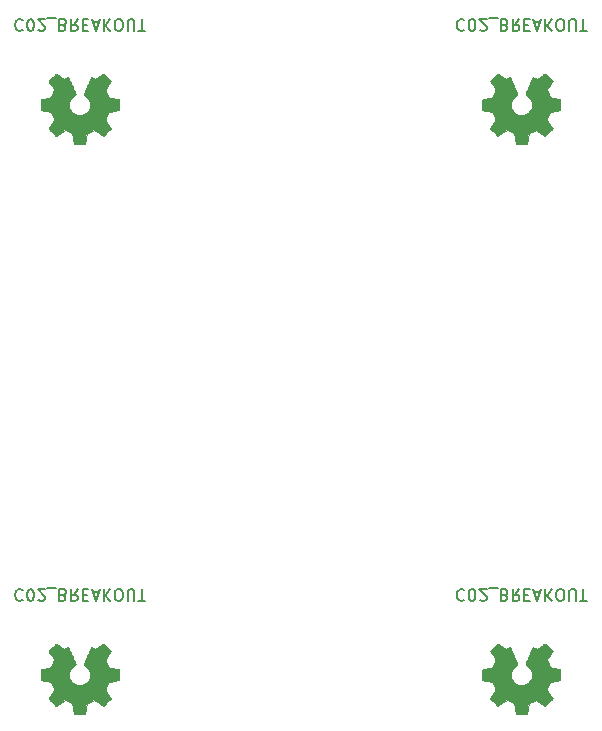
<source format=gbr>
G04 #@! TF.GenerationSoftware,KiCad,Pcbnew,5.1.5-52549c5~86~ubuntu18.04.1*
G04 #@! TF.CreationDate,2020-09-08T17:49:57-05:00*
G04 #@! TF.ProjectId,,58585858-5858-4585-9858-585858585858,rev?*
G04 #@! TF.SameCoordinates,Original*
G04 #@! TF.FileFunction,Legend,Bot*
G04 #@! TF.FilePolarity,Positive*
%FSLAX46Y46*%
G04 Gerber Fmt 4.6, Leading zero omitted, Abs format (unit mm)*
G04 Created by KiCad (PCBNEW 5.1.5-52549c5~86~ubuntu18.04.1) date 2020-09-08 17:49:57*
%MOMM*%
%LPD*%
G04 APERTURE LIST*
%ADD10C,0.150000*%
%ADD11C,0.010000*%
G04 APERTURE END LIST*
D10*
X174847466Y-133221457D02*
X174799847Y-133173838D01*
X174656990Y-133126219D01*
X174561752Y-133126219D01*
X174418895Y-133173838D01*
X174323657Y-133269076D01*
X174276038Y-133364314D01*
X174228419Y-133554790D01*
X174228419Y-133697647D01*
X174276038Y-133888123D01*
X174323657Y-133983361D01*
X174418895Y-134078600D01*
X174561752Y-134126219D01*
X174656990Y-134126219D01*
X174799847Y-134078600D01*
X174847466Y-134030980D01*
X175466514Y-134126219D02*
X175561752Y-134126219D01*
X175656990Y-134078600D01*
X175704609Y-134030980D01*
X175752228Y-133935742D01*
X175799847Y-133745266D01*
X175799847Y-133507171D01*
X175752228Y-133316695D01*
X175704609Y-133221457D01*
X175656990Y-133173838D01*
X175561752Y-133126219D01*
X175466514Y-133126219D01*
X175371276Y-133173838D01*
X175323657Y-133221457D01*
X175276038Y-133316695D01*
X175228419Y-133507171D01*
X175228419Y-133745266D01*
X175276038Y-133935742D01*
X175323657Y-134030980D01*
X175371276Y-134078600D01*
X175466514Y-134126219D01*
X176180800Y-134030980D02*
X176228419Y-134078600D01*
X176323657Y-134126219D01*
X176561752Y-134126219D01*
X176656990Y-134078600D01*
X176704609Y-134030980D01*
X176752228Y-133935742D01*
X176752228Y-133840504D01*
X176704609Y-133697647D01*
X176133180Y-133126219D01*
X176752228Y-133126219D01*
X176942704Y-133030980D02*
X177704609Y-133030980D01*
X178276038Y-133650028D02*
X178418895Y-133602409D01*
X178466514Y-133554790D01*
X178514133Y-133459552D01*
X178514133Y-133316695D01*
X178466514Y-133221457D01*
X178418895Y-133173838D01*
X178323657Y-133126219D01*
X177942704Y-133126219D01*
X177942704Y-134126219D01*
X178276038Y-134126219D01*
X178371276Y-134078600D01*
X178418895Y-134030980D01*
X178466514Y-133935742D01*
X178466514Y-133840504D01*
X178418895Y-133745266D01*
X178371276Y-133697647D01*
X178276038Y-133650028D01*
X177942704Y-133650028D01*
X179514133Y-133126219D02*
X179180800Y-133602409D01*
X178942704Y-133126219D02*
X178942704Y-134126219D01*
X179323657Y-134126219D01*
X179418895Y-134078600D01*
X179466514Y-134030980D01*
X179514133Y-133935742D01*
X179514133Y-133792885D01*
X179466514Y-133697647D01*
X179418895Y-133650028D01*
X179323657Y-133602409D01*
X178942704Y-133602409D01*
X179942704Y-133650028D02*
X180276038Y-133650028D01*
X180418895Y-133126219D02*
X179942704Y-133126219D01*
X179942704Y-134126219D01*
X180418895Y-134126219D01*
X180799847Y-133411933D02*
X181276038Y-133411933D01*
X180704609Y-133126219D02*
X181037942Y-134126219D01*
X181371276Y-133126219D01*
X181704609Y-133126219D02*
X181704609Y-134126219D01*
X182276038Y-133126219D02*
X181847466Y-133697647D01*
X182276038Y-134126219D02*
X181704609Y-133554790D01*
X182895085Y-134126219D02*
X183085561Y-134126219D01*
X183180800Y-134078600D01*
X183276038Y-133983361D01*
X183323657Y-133792885D01*
X183323657Y-133459552D01*
X183276038Y-133269076D01*
X183180800Y-133173838D01*
X183085561Y-133126219D01*
X182895085Y-133126219D01*
X182799847Y-133173838D01*
X182704609Y-133269076D01*
X182656990Y-133459552D01*
X182656990Y-133792885D01*
X182704609Y-133983361D01*
X182799847Y-134078600D01*
X182895085Y-134126219D01*
X183752228Y-134126219D02*
X183752228Y-133316695D01*
X183799847Y-133221457D01*
X183847466Y-133173838D01*
X183942704Y-133126219D01*
X184133180Y-133126219D01*
X184228419Y-133173838D01*
X184276038Y-133221457D01*
X184323657Y-133316695D01*
X184323657Y-134126219D01*
X184656990Y-134126219D02*
X185228419Y-134126219D01*
X184942704Y-133126219D02*
X184942704Y-134126219D01*
X137457466Y-133221457D02*
X137409847Y-133173838D01*
X137266990Y-133126219D01*
X137171752Y-133126219D01*
X137028895Y-133173838D01*
X136933657Y-133269076D01*
X136886038Y-133364314D01*
X136838419Y-133554790D01*
X136838419Y-133697647D01*
X136886038Y-133888123D01*
X136933657Y-133983361D01*
X137028895Y-134078600D01*
X137171752Y-134126219D01*
X137266990Y-134126219D01*
X137409847Y-134078600D01*
X137457466Y-134030980D01*
X138076514Y-134126219D02*
X138171752Y-134126219D01*
X138266990Y-134078600D01*
X138314609Y-134030980D01*
X138362228Y-133935742D01*
X138409847Y-133745266D01*
X138409847Y-133507171D01*
X138362228Y-133316695D01*
X138314609Y-133221457D01*
X138266990Y-133173838D01*
X138171752Y-133126219D01*
X138076514Y-133126219D01*
X137981276Y-133173838D01*
X137933657Y-133221457D01*
X137886038Y-133316695D01*
X137838419Y-133507171D01*
X137838419Y-133745266D01*
X137886038Y-133935742D01*
X137933657Y-134030980D01*
X137981276Y-134078600D01*
X138076514Y-134126219D01*
X138790800Y-134030980D02*
X138838419Y-134078600D01*
X138933657Y-134126219D01*
X139171752Y-134126219D01*
X139266990Y-134078600D01*
X139314609Y-134030980D01*
X139362228Y-133935742D01*
X139362228Y-133840504D01*
X139314609Y-133697647D01*
X138743180Y-133126219D01*
X139362228Y-133126219D01*
X139552704Y-133030980D02*
X140314609Y-133030980D01*
X140886038Y-133650028D02*
X141028895Y-133602409D01*
X141076514Y-133554790D01*
X141124133Y-133459552D01*
X141124133Y-133316695D01*
X141076514Y-133221457D01*
X141028895Y-133173838D01*
X140933657Y-133126219D01*
X140552704Y-133126219D01*
X140552704Y-134126219D01*
X140886038Y-134126219D01*
X140981276Y-134078600D01*
X141028895Y-134030980D01*
X141076514Y-133935742D01*
X141076514Y-133840504D01*
X141028895Y-133745266D01*
X140981276Y-133697647D01*
X140886038Y-133650028D01*
X140552704Y-133650028D01*
X142124133Y-133126219D02*
X141790800Y-133602409D01*
X141552704Y-133126219D02*
X141552704Y-134126219D01*
X141933657Y-134126219D01*
X142028895Y-134078600D01*
X142076514Y-134030980D01*
X142124133Y-133935742D01*
X142124133Y-133792885D01*
X142076514Y-133697647D01*
X142028895Y-133650028D01*
X141933657Y-133602409D01*
X141552704Y-133602409D01*
X142552704Y-133650028D02*
X142886038Y-133650028D01*
X143028895Y-133126219D02*
X142552704Y-133126219D01*
X142552704Y-134126219D01*
X143028895Y-134126219D01*
X143409847Y-133411933D02*
X143886038Y-133411933D01*
X143314609Y-133126219D02*
X143647942Y-134126219D01*
X143981276Y-133126219D01*
X144314609Y-133126219D02*
X144314609Y-134126219D01*
X144886038Y-133126219D02*
X144457466Y-133697647D01*
X144886038Y-134126219D02*
X144314609Y-133554790D01*
X145505085Y-134126219D02*
X145695561Y-134126219D01*
X145790800Y-134078600D01*
X145886038Y-133983361D01*
X145933657Y-133792885D01*
X145933657Y-133459552D01*
X145886038Y-133269076D01*
X145790800Y-133173838D01*
X145695561Y-133126219D01*
X145505085Y-133126219D01*
X145409847Y-133173838D01*
X145314609Y-133269076D01*
X145266990Y-133459552D01*
X145266990Y-133792885D01*
X145314609Y-133983361D01*
X145409847Y-134078600D01*
X145505085Y-134126219D01*
X146362228Y-134126219D02*
X146362228Y-133316695D01*
X146409847Y-133221457D01*
X146457466Y-133173838D01*
X146552704Y-133126219D01*
X146743180Y-133126219D01*
X146838419Y-133173838D01*
X146886038Y-133221457D01*
X146933657Y-133316695D01*
X146933657Y-134126219D01*
X147266990Y-134126219D02*
X147838419Y-134126219D01*
X147552704Y-133126219D02*
X147552704Y-134126219D01*
X174847466Y-84961457D02*
X174799847Y-84913838D01*
X174656990Y-84866219D01*
X174561752Y-84866219D01*
X174418895Y-84913838D01*
X174323657Y-85009076D01*
X174276038Y-85104314D01*
X174228419Y-85294790D01*
X174228419Y-85437647D01*
X174276038Y-85628123D01*
X174323657Y-85723361D01*
X174418895Y-85818600D01*
X174561752Y-85866219D01*
X174656990Y-85866219D01*
X174799847Y-85818600D01*
X174847466Y-85770980D01*
X175466514Y-85866219D02*
X175561752Y-85866219D01*
X175656990Y-85818600D01*
X175704609Y-85770980D01*
X175752228Y-85675742D01*
X175799847Y-85485266D01*
X175799847Y-85247171D01*
X175752228Y-85056695D01*
X175704609Y-84961457D01*
X175656990Y-84913838D01*
X175561752Y-84866219D01*
X175466514Y-84866219D01*
X175371276Y-84913838D01*
X175323657Y-84961457D01*
X175276038Y-85056695D01*
X175228419Y-85247171D01*
X175228419Y-85485266D01*
X175276038Y-85675742D01*
X175323657Y-85770980D01*
X175371276Y-85818600D01*
X175466514Y-85866219D01*
X176180800Y-85770980D02*
X176228419Y-85818600D01*
X176323657Y-85866219D01*
X176561752Y-85866219D01*
X176656990Y-85818600D01*
X176704609Y-85770980D01*
X176752228Y-85675742D01*
X176752228Y-85580504D01*
X176704609Y-85437647D01*
X176133180Y-84866219D01*
X176752228Y-84866219D01*
X176942704Y-84770980D02*
X177704609Y-84770980D01*
X178276038Y-85390028D02*
X178418895Y-85342409D01*
X178466514Y-85294790D01*
X178514133Y-85199552D01*
X178514133Y-85056695D01*
X178466514Y-84961457D01*
X178418895Y-84913838D01*
X178323657Y-84866219D01*
X177942704Y-84866219D01*
X177942704Y-85866219D01*
X178276038Y-85866219D01*
X178371276Y-85818600D01*
X178418895Y-85770980D01*
X178466514Y-85675742D01*
X178466514Y-85580504D01*
X178418895Y-85485266D01*
X178371276Y-85437647D01*
X178276038Y-85390028D01*
X177942704Y-85390028D01*
X179514133Y-84866219D02*
X179180800Y-85342409D01*
X178942704Y-84866219D02*
X178942704Y-85866219D01*
X179323657Y-85866219D01*
X179418895Y-85818600D01*
X179466514Y-85770980D01*
X179514133Y-85675742D01*
X179514133Y-85532885D01*
X179466514Y-85437647D01*
X179418895Y-85390028D01*
X179323657Y-85342409D01*
X178942704Y-85342409D01*
X179942704Y-85390028D02*
X180276038Y-85390028D01*
X180418895Y-84866219D02*
X179942704Y-84866219D01*
X179942704Y-85866219D01*
X180418895Y-85866219D01*
X180799847Y-85151933D02*
X181276038Y-85151933D01*
X180704609Y-84866219D02*
X181037942Y-85866219D01*
X181371276Y-84866219D01*
X181704609Y-84866219D02*
X181704609Y-85866219D01*
X182276038Y-84866219D02*
X181847466Y-85437647D01*
X182276038Y-85866219D02*
X181704609Y-85294790D01*
X182895085Y-85866219D02*
X183085561Y-85866219D01*
X183180800Y-85818600D01*
X183276038Y-85723361D01*
X183323657Y-85532885D01*
X183323657Y-85199552D01*
X183276038Y-85009076D01*
X183180800Y-84913838D01*
X183085561Y-84866219D01*
X182895085Y-84866219D01*
X182799847Y-84913838D01*
X182704609Y-85009076D01*
X182656990Y-85199552D01*
X182656990Y-85532885D01*
X182704609Y-85723361D01*
X182799847Y-85818600D01*
X182895085Y-85866219D01*
X183752228Y-85866219D02*
X183752228Y-85056695D01*
X183799847Y-84961457D01*
X183847466Y-84913838D01*
X183942704Y-84866219D01*
X184133180Y-84866219D01*
X184228419Y-84913838D01*
X184276038Y-84961457D01*
X184323657Y-85056695D01*
X184323657Y-85866219D01*
X184656990Y-85866219D02*
X185228419Y-85866219D01*
X184942704Y-84866219D02*
X184942704Y-85866219D01*
X137457466Y-84961457D02*
X137409847Y-84913838D01*
X137266990Y-84866219D01*
X137171752Y-84866219D01*
X137028895Y-84913838D01*
X136933657Y-85009076D01*
X136886038Y-85104314D01*
X136838419Y-85294790D01*
X136838419Y-85437647D01*
X136886038Y-85628123D01*
X136933657Y-85723361D01*
X137028895Y-85818600D01*
X137171752Y-85866219D01*
X137266990Y-85866219D01*
X137409847Y-85818600D01*
X137457466Y-85770980D01*
X138076514Y-85866219D02*
X138171752Y-85866219D01*
X138266990Y-85818600D01*
X138314609Y-85770980D01*
X138362228Y-85675742D01*
X138409847Y-85485266D01*
X138409847Y-85247171D01*
X138362228Y-85056695D01*
X138314609Y-84961457D01*
X138266990Y-84913838D01*
X138171752Y-84866219D01*
X138076514Y-84866219D01*
X137981276Y-84913838D01*
X137933657Y-84961457D01*
X137886038Y-85056695D01*
X137838419Y-85247171D01*
X137838419Y-85485266D01*
X137886038Y-85675742D01*
X137933657Y-85770980D01*
X137981276Y-85818600D01*
X138076514Y-85866219D01*
X138790800Y-85770980D02*
X138838419Y-85818600D01*
X138933657Y-85866219D01*
X139171752Y-85866219D01*
X139266990Y-85818600D01*
X139314609Y-85770980D01*
X139362228Y-85675742D01*
X139362228Y-85580504D01*
X139314609Y-85437647D01*
X138743180Y-84866219D01*
X139362228Y-84866219D01*
X139552704Y-84770980D02*
X140314609Y-84770980D01*
X140886038Y-85390028D02*
X141028895Y-85342409D01*
X141076514Y-85294790D01*
X141124133Y-85199552D01*
X141124133Y-85056695D01*
X141076514Y-84961457D01*
X141028895Y-84913838D01*
X140933657Y-84866219D01*
X140552704Y-84866219D01*
X140552704Y-85866219D01*
X140886038Y-85866219D01*
X140981276Y-85818600D01*
X141028895Y-85770980D01*
X141076514Y-85675742D01*
X141076514Y-85580504D01*
X141028895Y-85485266D01*
X140981276Y-85437647D01*
X140886038Y-85390028D01*
X140552704Y-85390028D01*
X142124133Y-84866219D02*
X141790800Y-85342409D01*
X141552704Y-84866219D02*
X141552704Y-85866219D01*
X141933657Y-85866219D01*
X142028895Y-85818600D01*
X142076514Y-85770980D01*
X142124133Y-85675742D01*
X142124133Y-85532885D01*
X142076514Y-85437647D01*
X142028895Y-85390028D01*
X141933657Y-85342409D01*
X141552704Y-85342409D01*
X142552704Y-85390028D02*
X142886038Y-85390028D01*
X143028895Y-84866219D02*
X142552704Y-84866219D01*
X142552704Y-85866219D01*
X143028895Y-85866219D01*
X143409847Y-85151933D02*
X143886038Y-85151933D01*
X143314609Y-84866219D02*
X143647942Y-85866219D01*
X143981276Y-84866219D01*
X144314609Y-84866219D02*
X144314609Y-85866219D01*
X144886038Y-84866219D02*
X144457466Y-85437647D01*
X144886038Y-85866219D02*
X144314609Y-85294790D01*
X145505085Y-85866219D02*
X145695561Y-85866219D01*
X145790800Y-85818600D01*
X145886038Y-85723361D01*
X145933657Y-85532885D01*
X145933657Y-85199552D01*
X145886038Y-85009076D01*
X145790800Y-84913838D01*
X145695561Y-84866219D01*
X145505085Y-84866219D01*
X145409847Y-84913838D01*
X145314609Y-85009076D01*
X145266990Y-85199552D01*
X145266990Y-85532885D01*
X145314609Y-85723361D01*
X145409847Y-85818600D01*
X145505085Y-85866219D01*
X146362228Y-85866219D02*
X146362228Y-85056695D01*
X146409847Y-84961457D01*
X146457466Y-84913838D01*
X146552704Y-84866219D01*
X146743180Y-84866219D01*
X146838419Y-84913838D01*
X146886038Y-84961457D01*
X146933657Y-85056695D01*
X146933657Y-85866219D01*
X147266990Y-85866219D02*
X147838419Y-85866219D01*
X147552704Y-84866219D02*
X147552704Y-85866219D01*
D11*
G36*
X180236614Y-143221669D02*
G01*
X180320435Y-142777045D01*
X180629720Y-142649547D01*
X180939006Y-142522049D01*
X181310046Y-142774354D01*
X181413957Y-142844604D01*
X181507887Y-142907328D01*
X181587452Y-142959662D01*
X181648270Y-142998743D01*
X181685957Y-143021707D01*
X181696221Y-143026658D01*
X181714710Y-143013924D01*
X181754220Y-142978718D01*
X181810322Y-142925538D01*
X181878587Y-142858882D01*
X181954586Y-142783246D01*
X182033892Y-142703128D01*
X182112075Y-142623026D01*
X182184707Y-142547436D01*
X182247359Y-142480855D01*
X182295603Y-142427782D01*
X182325010Y-142392713D01*
X182332041Y-142380977D01*
X182321923Y-142359340D01*
X182293559Y-142311938D01*
X182249929Y-142243407D01*
X182194018Y-142158385D01*
X182128806Y-142061507D01*
X182091019Y-142006250D01*
X182022143Y-141905352D01*
X181960940Y-141814301D01*
X181910378Y-141737630D01*
X181873428Y-141679872D01*
X181853058Y-141645557D01*
X181849997Y-141638346D01*
X181856936Y-141617852D01*
X181875851Y-141570087D01*
X181903887Y-141501768D01*
X181938191Y-141419611D01*
X181975909Y-141330330D01*
X182014187Y-141240642D01*
X182050170Y-141157262D01*
X182081006Y-141086906D01*
X182103839Y-141036290D01*
X182115817Y-141012129D01*
X182116524Y-141011178D01*
X182135331Y-141006564D01*
X182185418Y-140996272D01*
X182261593Y-140981313D01*
X182358665Y-140962699D01*
X182471443Y-140941441D01*
X182537242Y-140929182D01*
X182657750Y-140906238D01*
X182766597Y-140884405D01*
X182858276Y-140864878D01*
X182927281Y-140848852D01*
X182968104Y-140837521D01*
X182976311Y-140833926D01*
X182984348Y-140809594D01*
X182990833Y-140754641D01*
X182995770Y-140675492D01*
X182999164Y-140578574D01*
X183001018Y-140470313D01*
X183001338Y-140357135D01*
X183000127Y-140245465D01*
X182997390Y-140141732D01*
X182993131Y-140052359D01*
X182987355Y-139983774D01*
X182980067Y-139942403D01*
X182975695Y-139933790D01*
X182949564Y-139923467D01*
X182894193Y-139908708D01*
X182816907Y-139891248D01*
X182725030Y-139872820D01*
X182692958Y-139866859D01*
X182538324Y-139838534D01*
X182416175Y-139815724D01*
X182322473Y-139797520D01*
X182253184Y-139783017D01*
X182204271Y-139771308D01*
X182171697Y-139761485D01*
X182151428Y-139752644D01*
X182139426Y-139743876D01*
X182137747Y-139742143D01*
X182120984Y-139714229D01*
X182095414Y-139659905D01*
X182063588Y-139585823D01*
X182028060Y-139498635D01*
X181991383Y-139404992D01*
X181956111Y-139311548D01*
X181924796Y-139224953D01*
X181899993Y-139151860D01*
X181884254Y-139098922D01*
X181880132Y-139072789D01*
X181880476Y-139071874D01*
X181894441Y-139050514D01*
X181926122Y-139003516D01*
X181972191Y-138935773D01*
X182029318Y-138852177D01*
X182094173Y-138757618D01*
X182112643Y-138730746D01*
X182178499Y-138633325D01*
X182236450Y-138544437D01*
X182283338Y-138469188D01*
X182316007Y-138412680D01*
X182331300Y-138380019D01*
X182332041Y-138376007D01*
X182319192Y-138354916D01*
X182283688Y-138313136D01*
X182230093Y-138255155D01*
X182162971Y-138185465D01*
X182086887Y-138108555D01*
X182006404Y-138028917D01*
X181926087Y-137951039D01*
X181850499Y-137879414D01*
X181784205Y-137818530D01*
X181731769Y-137772879D01*
X181697755Y-137746950D01*
X181688345Y-137742717D01*
X181666443Y-137752688D01*
X181621600Y-137779580D01*
X181561121Y-137818864D01*
X181514589Y-137850483D01*
X181430275Y-137908502D01*
X181330426Y-137976816D01*
X181230273Y-138045021D01*
X181176427Y-138081525D01*
X180994171Y-138204800D01*
X180841181Y-138122080D01*
X180771482Y-138085841D01*
X180712214Y-138057674D01*
X180672111Y-138041609D01*
X180661903Y-138039374D01*
X180649629Y-138055878D01*
X180625413Y-138102518D01*
X180591063Y-138174991D01*
X180548388Y-138268994D01*
X180499194Y-138380226D01*
X180445290Y-138504385D01*
X180388484Y-138637168D01*
X180330582Y-138774273D01*
X180273393Y-138911398D01*
X180218724Y-139044242D01*
X180168384Y-139168502D01*
X180124180Y-139279875D01*
X180087919Y-139374061D01*
X180061409Y-139446756D01*
X180046458Y-139493659D01*
X180044054Y-139509767D01*
X180063111Y-139530314D01*
X180104836Y-139563667D01*
X180160506Y-139602898D01*
X180165178Y-139606001D01*
X180309064Y-139721177D01*
X180425083Y-139855547D01*
X180512230Y-140004816D01*
X180569499Y-140164687D01*
X180595886Y-140330863D01*
X180590385Y-140499048D01*
X180551990Y-140664945D01*
X180479695Y-140824258D01*
X180458426Y-140859113D01*
X180347796Y-140999863D01*
X180217102Y-141112886D01*
X180070864Y-141197597D01*
X179913608Y-141253406D01*
X179749857Y-141279726D01*
X179584133Y-141275970D01*
X179420962Y-141241550D01*
X179264865Y-141175877D01*
X179120367Y-141078365D01*
X179075669Y-141038787D01*
X178961912Y-140914897D01*
X178879018Y-140784476D01*
X178822156Y-140638285D01*
X178790487Y-140493512D01*
X178782669Y-140330740D01*
X178808738Y-140167160D01*
X178866045Y-140008302D01*
X178951944Y-139859694D01*
X179063786Y-139726865D01*
X179198923Y-139615344D01*
X179216683Y-139603589D01*
X179272950Y-139565092D01*
X179315723Y-139531737D01*
X179336172Y-139510440D01*
X179336469Y-139509767D01*
X179332079Y-139486729D01*
X179314676Y-139434443D01*
X179286068Y-139357210D01*
X179248065Y-139259332D01*
X179202474Y-139145109D01*
X179151103Y-139018842D01*
X179095762Y-138884833D01*
X179038258Y-138747382D01*
X178980401Y-138610792D01*
X178923998Y-138479363D01*
X178870858Y-138357395D01*
X178822790Y-138249191D01*
X178781601Y-138159051D01*
X178749101Y-138091277D01*
X178727097Y-138050170D01*
X178718236Y-138039374D01*
X178691160Y-138047781D01*
X178640497Y-138070328D01*
X178574983Y-138102987D01*
X178538959Y-138122080D01*
X178385968Y-138204800D01*
X178203712Y-138081525D01*
X178110675Y-138018372D01*
X178008815Y-137948873D01*
X177913362Y-137883435D01*
X177865550Y-137850483D01*
X177798305Y-137805327D01*
X177741364Y-137769543D01*
X177702154Y-137747662D01*
X177689419Y-137743037D01*
X177670883Y-137755515D01*
X177629859Y-137790348D01*
X177570325Y-137843922D01*
X177496258Y-137912617D01*
X177411635Y-137992819D01*
X177358115Y-138044314D01*
X177264481Y-138136314D01*
X177183559Y-138218601D01*
X177118623Y-138287655D01*
X177072942Y-138339956D01*
X177049789Y-138371984D01*
X177047568Y-138378484D01*
X177057876Y-138403206D01*
X177086361Y-138453195D01*
X177129863Y-138523388D01*
X177185223Y-138608725D01*
X177249280Y-138704144D01*
X177267497Y-138730746D01*
X177333873Y-138827433D01*
X177393422Y-138914483D01*
X177442816Y-138987005D01*
X177478725Y-139040107D01*
X177497819Y-139068897D01*
X177499664Y-139071874D01*
X177496905Y-139094818D01*
X177482262Y-139145264D01*
X177458287Y-139216559D01*
X177427534Y-139302053D01*
X177392556Y-139395093D01*
X177355907Y-139489026D01*
X177320139Y-139577201D01*
X177287806Y-139652966D01*
X177261462Y-139709669D01*
X177243658Y-139740657D01*
X177242393Y-139742143D01*
X177231506Y-139750999D01*
X177213118Y-139759757D01*
X177183194Y-139769323D01*
X177137697Y-139780604D01*
X177072591Y-139794507D01*
X176983839Y-139811937D01*
X176867407Y-139833802D01*
X176719258Y-139861009D01*
X176687182Y-139866859D01*
X176592114Y-139885226D01*
X176509235Y-139903195D01*
X176445870Y-139919031D01*
X176409342Y-139931000D01*
X176404444Y-139933790D01*
X176396373Y-139958528D01*
X176389813Y-140013810D01*
X176384767Y-140093211D01*
X176381241Y-140190304D01*
X176379239Y-140298662D01*
X176378764Y-140411860D01*
X176379823Y-140523472D01*
X176382418Y-140627071D01*
X176386554Y-140716232D01*
X176392237Y-140784528D01*
X176399469Y-140825534D01*
X176403829Y-140833926D01*
X176428102Y-140842392D01*
X176483374Y-140856165D01*
X176564138Y-140874050D01*
X176664888Y-140894852D01*
X176780117Y-140917377D01*
X176842898Y-140929182D01*
X176962013Y-140951449D01*
X177068235Y-140971621D01*
X177156373Y-140988685D01*
X177221234Y-141001631D01*
X177257626Y-141009445D01*
X177263616Y-141011178D01*
X177273739Y-141030710D01*
X177295138Y-141077757D01*
X177324961Y-141145597D01*
X177360355Y-141227509D01*
X177398468Y-141316772D01*
X177436447Y-141406665D01*
X177471440Y-141490465D01*
X177500594Y-141561453D01*
X177521057Y-141612906D01*
X177529977Y-141638103D01*
X177530143Y-141639204D01*
X177520031Y-141659081D01*
X177491683Y-141704823D01*
X177448077Y-141771883D01*
X177392194Y-141855716D01*
X177327013Y-141951774D01*
X177289121Y-142006950D01*
X177220075Y-142108119D01*
X177158750Y-142199970D01*
X177108137Y-142277856D01*
X177071229Y-142337131D01*
X177051018Y-142373149D01*
X177048099Y-142381223D01*
X177060647Y-142400016D01*
X177095337Y-142440143D01*
X177147737Y-142497107D01*
X177213416Y-142566415D01*
X177287944Y-142643569D01*
X177366887Y-142724075D01*
X177445817Y-142803437D01*
X177520300Y-142877160D01*
X177585906Y-142940748D01*
X177638204Y-142989706D01*
X177672761Y-143019539D01*
X177684322Y-143026658D01*
X177703146Y-143016647D01*
X177748169Y-142988522D01*
X177815013Y-142945146D01*
X177899301Y-142889382D01*
X177996656Y-142824094D01*
X178070093Y-142774354D01*
X178441133Y-142522049D01*
X179059705Y-142777045D01*
X179143525Y-143221669D01*
X179227346Y-143666293D01*
X180152794Y-143666293D01*
X180236614Y-143221669D01*
G37*
X180236614Y-143221669D02*
X180320435Y-142777045D01*
X180629720Y-142649547D01*
X180939006Y-142522049D01*
X181310046Y-142774354D01*
X181413957Y-142844604D01*
X181507887Y-142907328D01*
X181587452Y-142959662D01*
X181648270Y-142998743D01*
X181685957Y-143021707D01*
X181696221Y-143026658D01*
X181714710Y-143013924D01*
X181754220Y-142978718D01*
X181810322Y-142925538D01*
X181878587Y-142858882D01*
X181954586Y-142783246D01*
X182033892Y-142703128D01*
X182112075Y-142623026D01*
X182184707Y-142547436D01*
X182247359Y-142480855D01*
X182295603Y-142427782D01*
X182325010Y-142392713D01*
X182332041Y-142380977D01*
X182321923Y-142359340D01*
X182293559Y-142311938D01*
X182249929Y-142243407D01*
X182194018Y-142158385D01*
X182128806Y-142061507D01*
X182091019Y-142006250D01*
X182022143Y-141905352D01*
X181960940Y-141814301D01*
X181910378Y-141737630D01*
X181873428Y-141679872D01*
X181853058Y-141645557D01*
X181849997Y-141638346D01*
X181856936Y-141617852D01*
X181875851Y-141570087D01*
X181903887Y-141501768D01*
X181938191Y-141419611D01*
X181975909Y-141330330D01*
X182014187Y-141240642D01*
X182050170Y-141157262D01*
X182081006Y-141086906D01*
X182103839Y-141036290D01*
X182115817Y-141012129D01*
X182116524Y-141011178D01*
X182135331Y-141006564D01*
X182185418Y-140996272D01*
X182261593Y-140981313D01*
X182358665Y-140962699D01*
X182471443Y-140941441D01*
X182537242Y-140929182D01*
X182657750Y-140906238D01*
X182766597Y-140884405D01*
X182858276Y-140864878D01*
X182927281Y-140848852D01*
X182968104Y-140837521D01*
X182976311Y-140833926D01*
X182984348Y-140809594D01*
X182990833Y-140754641D01*
X182995770Y-140675492D01*
X182999164Y-140578574D01*
X183001018Y-140470313D01*
X183001338Y-140357135D01*
X183000127Y-140245465D01*
X182997390Y-140141732D01*
X182993131Y-140052359D01*
X182987355Y-139983774D01*
X182980067Y-139942403D01*
X182975695Y-139933790D01*
X182949564Y-139923467D01*
X182894193Y-139908708D01*
X182816907Y-139891248D01*
X182725030Y-139872820D01*
X182692958Y-139866859D01*
X182538324Y-139838534D01*
X182416175Y-139815724D01*
X182322473Y-139797520D01*
X182253184Y-139783017D01*
X182204271Y-139771308D01*
X182171697Y-139761485D01*
X182151428Y-139752644D01*
X182139426Y-139743876D01*
X182137747Y-139742143D01*
X182120984Y-139714229D01*
X182095414Y-139659905D01*
X182063588Y-139585823D01*
X182028060Y-139498635D01*
X181991383Y-139404992D01*
X181956111Y-139311548D01*
X181924796Y-139224953D01*
X181899993Y-139151860D01*
X181884254Y-139098922D01*
X181880132Y-139072789D01*
X181880476Y-139071874D01*
X181894441Y-139050514D01*
X181926122Y-139003516D01*
X181972191Y-138935773D01*
X182029318Y-138852177D01*
X182094173Y-138757618D01*
X182112643Y-138730746D01*
X182178499Y-138633325D01*
X182236450Y-138544437D01*
X182283338Y-138469188D01*
X182316007Y-138412680D01*
X182331300Y-138380019D01*
X182332041Y-138376007D01*
X182319192Y-138354916D01*
X182283688Y-138313136D01*
X182230093Y-138255155D01*
X182162971Y-138185465D01*
X182086887Y-138108555D01*
X182006404Y-138028917D01*
X181926087Y-137951039D01*
X181850499Y-137879414D01*
X181784205Y-137818530D01*
X181731769Y-137772879D01*
X181697755Y-137746950D01*
X181688345Y-137742717D01*
X181666443Y-137752688D01*
X181621600Y-137779580D01*
X181561121Y-137818864D01*
X181514589Y-137850483D01*
X181430275Y-137908502D01*
X181330426Y-137976816D01*
X181230273Y-138045021D01*
X181176427Y-138081525D01*
X180994171Y-138204800D01*
X180841181Y-138122080D01*
X180771482Y-138085841D01*
X180712214Y-138057674D01*
X180672111Y-138041609D01*
X180661903Y-138039374D01*
X180649629Y-138055878D01*
X180625413Y-138102518D01*
X180591063Y-138174991D01*
X180548388Y-138268994D01*
X180499194Y-138380226D01*
X180445290Y-138504385D01*
X180388484Y-138637168D01*
X180330582Y-138774273D01*
X180273393Y-138911398D01*
X180218724Y-139044242D01*
X180168384Y-139168502D01*
X180124180Y-139279875D01*
X180087919Y-139374061D01*
X180061409Y-139446756D01*
X180046458Y-139493659D01*
X180044054Y-139509767D01*
X180063111Y-139530314D01*
X180104836Y-139563667D01*
X180160506Y-139602898D01*
X180165178Y-139606001D01*
X180309064Y-139721177D01*
X180425083Y-139855547D01*
X180512230Y-140004816D01*
X180569499Y-140164687D01*
X180595886Y-140330863D01*
X180590385Y-140499048D01*
X180551990Y-140664945D01*
X180479695Y-140824258D01*
X180458426Y-140859113D01*
X180347796Y-140999863D01*
X180217102Y-141112886D01*
X180070864Y-141197597D01*
X179913608Y-141253406D01*
X179749857Y-141279726D01*
X179584133Y-141275970D01*
X179420962Y-141241550D01*
X179264865Y-141175877D01*
X179120367Y-141078365D01*
X179075669Y-141038787D01*
X178961912Y-140914897D01*
X178879018Y-140784476D01*
X178822156Y-140638285D01*
X178790487Y-140493512D01*
X178782669Y-140330740D01*
X178808738Y-140167160D01*
X178866045Y-140008302D01*
X178951944Y-139859694D01*
X179063786Y-139726865D01*
X179198923Y-139615344D01*
X179216683Y-139603589D01*
X179272950Y-139565092D01*
X179315723Y-139531737D01*
X179336172Y-139510440D01*
X179336469Y-139509767D01*
X179332079Y-139486729D01*
X179314676Y-139434443D01*
X179286068Y-139357210D01*
X179248065Y-139259332D01*
X179202474Y-139145109D01*
X179151103Y-139018842D01*
X179095762Y-138884833D01*
X179038258Y-138747382D01*
X178980401Y-138610792D01*
X178923998Y-138479363D01*
X178870858Y-138357395D01*
X178822790Y-138249191D01*
X178781601Y-138159051D01*
X178749101Y-138091277D01*
X178727097Y-138050170D01*
X178718236Y-138039374D01*
X178691160Y-138047781D01*
X178640497Y-138070328D01*
X178574983Y-138102987D01*
X178538959Y-138122080D01*
X178385968Y-138204800D01*
X178203712Y-138081525D01*
X178110675Y-138018372D01*
X178008815Y-137948873D01*
X177913362Y-137883435D01*
X177865550Y-137850483D01*
X177798305Y-137805327D01*
X177741364Y-137769543D01*
X177702154Y-137747662D01*
X177689419Y-137743037D01*
X177670883Y-137755515D01*
X177629859Y-137790348D01*
X177570325Y-137843922D01*
X177496258Y-137912617D01*
X177411635Y-137992819D01*
X177358115Y-138044314D01*
X177264481Y-138136314D01*
X177183559Y-138218601D01*
X177118623Y-138287655D01*
X177072942Y-138339956D01*
X177049789Y-138371984D01*
X177047568Y-138378484D01*
X177057876Y-138403206D01*
X177086361Y-138453195D01*
X177129863Y-138523388D01*
X177185223Y-138608725D01*
X177249280Y-138704144D01*
X177267497Y-138730746D01*
X177333873Y-138827433D01*
X177393422Y-138914483D01*
X177442816Y-138987005D01*
X177478725Y-139040107D01*
X177497819Y-139068897D01*
X177499664Y-139071874D01*
X177496905Y-139094818D01*
X177482262Y-139145264D01*
X177458287Y-139216559D01*
X177427534Y-139302053D01*
X177392556Y-139395093D01*
X177355907Y-139489026D01*
X177320139Y-139577201D01*
X177287806Y-139652966D01*
X177261462Y-139709669D01*
X177243658Y-139740657D01*
X177242393Y-139742143D01*
X177231506Y-139750999D01*
X177213118Y-139759757D01*
X177183194Y-139769323D01*
X177137697Y-139780604D01*
X177072591Y-139794507D01*
X176983839Y-139811937D01*
X176867407Y-139833802D01*
X176719258Y-139861009D01*
X176687182Y-139866859D01*
X176592114Y-139885226D01*
X176509235Y-139903195D01*
X176445870Y-139919031D01*
X176409342Y-139931000D01*
X176404444Y-139933790D01*
X176396373Y-139958528D01*
X176389813Y-140013810D01*
X176384767Y-140093211D01*
X176381241Y-140190304D01*
X176379239Y-140298662D01*
X176378764Y-140411860D01*
X176379823Y-140523472D01*
X176382418Y-140627071D01*
X176386554Y-140716232D01*
X176392237Y-140784528D01*
X176399469Y-140825534D01*
X176403829Y-140833926D01*
X176428102Y-140842392D01*
X176483374Y-140856165D01*
X176564138Y-140874050D01*
X176664888Y-140894852D01*
X176780117Y-140917377D01*
X176842898Y-140929182D01*
X176962013Y-140951449D01*
X177068235Y-140971621D01*
X177156373Y-140988685D01*
X177221234Y-141001631D01*
X177257626Y-141009445D01*
X177263616Y-141011178D01*
X177273739Y-141030710D01*
X177295138Y-141077757D01*
X177324961Y-141145597D01*
X177360355Y-141227509D01*
X177398468Y-141316772D01*
X177436447Y-141406665D01*
X177471440Y-141490465D01*
X177500594Y-141561453D01*
X177521057Y-141612906D01*
X177529977Y-141638103D01*
X177530143Y-141639204D01*
X177520031Y-141659081D01*
X177491683Y-141704823D01*
X177448077Y-141771883D01*
X177392194Y-141855716D01*
X177327013Y-141951774D01*
X177289121Y-142006950D01*
X177220075Y-142108119D01*
X177158750Y-142199970D01*
X177108137Y-142277856D01*
X177071229Y-142337131D01*
X177051018Y-142373149D01*
X177048099Y-142381223D01*
X177060647Y-142400016D01*
X177095337Y-142440143D01*
X177147737Y-142497107D01*
X177213416Y-142566415D01*
X177287944Y-142643569D01*
X177366887Y-142724075D01*
X177445817Y-142803437D01*
X177520300Y-142877160D01*
X177585906Y-142940748D01*
X177638204Y-142989706D01*
X177672761Y-143019539D01*
X177684322Y-143026658D01*
X177703146Y-143016647D01*
X177748169Y-142988522D01*
X177815013Y-142945146D01*
X177899301Y-142889382D01*
X177996656Y-142824094D01*
X178070093Y-142774354D01*
X178441133Y-142522049D01*
X179059705Y-142777045D01*
X179143525Y-143221669D01*
X179227346Y-143666293D01*
X180152794Y-143666293D01*
X180236614Y-143221669D01*
G36*
X142846614Y-143221669D02*
G01*
X142930435Y-142777045D01*
X143239720Y-142649547D01*
X143549006Y-142522049D01*
X143920046Y-142774354D01*
X144023957Y-142844604D01*
X144117887Y-142907328D01*
X144197452Y-142959662D01*
X144258270Y-142998743D01*
X144295957Y-143021707D01*
X144306221Y-143026658D01*
X144324710Y-143013924D01*
X144364220Y-142978718D01*
X144420322Y-142925538D01*
X144488587Y-142858882D01*
X144564586Y-142783246D01*
X144643892Y-142703128D01*
X144722075Y-142623026D01*
X144794707Y-142547436D01*
X144857359Y-142480855D01*
X144905603Y-142427782D01*
X144935010Y-142392713D01*
X144942041Y-142380977D01*
X144931923Y-142359340D01*
X144903559Y-142311938D01*
X144859929Y-142243407D01*
X144804018Y-142158385D01*
X144738806Y-142061507D01*
X144701019Y-142006250D01*
X144632143Y-141905352D01*
X144570940Y-141814301D01*
X144520378Y-141737630D01*
X144483428Y-141679872D01*
X144463058Y-141645557D01*
X144459997Y-141638346D01*
X144466936Y-141617852D01*
X144485851Y-141570087D01*
X144513887Y-141501768D01*
X144548191Y-141419611D01*
X144585909Y-141330330D01*
X144624187Y-141240642D01*
X144660170Y-141157262D01*
X144691006Y-141086906D01*
X144713839Y-141036290D01*
X144725817Y-141012129D01*
X144726524Y-141011178D01*
X144745331Y-141006564D01*
X144795418Y-140996272D01*
X144871593Y-140981313D01*
X144968665Y-140962699D01*
X145081443Y-140941441D01*
X145147242Y-140929182D01*
X145267750Y-140906238D01*
X145376597Y-140884405D01*
X145468276Y-140864878D01*
X145537281Y-140848852D01*
X145578104Y-140837521D01*
X145586311Y-140833926D01*
X145594348Y-140809594D01*
X145600833Y-140754641D01*
X145605770Y-140675492D01*
X145609164Y-140578574D01*
X145611018Y-140470313D01*
X145611338Y-140357135D01*
X145610127Y-140245465D01*
X145607390Y-140141732D01*
X145603131Y-140052359D01*
X145597355Y-139983774D01*
X145590067Y-139942403D01*
X145585695Y-139933790D01*
X145559564Y-139923467D01*
X145504193Y-139908708D01*
X145426907Y-139891248D01*
X145335030Y-139872820D01*
X145302958Y-139866859D01*
X145148324Y-139838534D01*
X145026175Y-139815724D01*
X144932473Y-139797520D01*
X144863184Y-139783017D01*
X144814271Y-139771308D01*
X144781697Y-139761485D01*
X144761428Y-139752644D01*
X144749426Y-139743876D01*
X144747747Y-139742143D01*
X144730984Y-139714229D01*
X144705414Y-139659905D01*
X144673588Y-139585823D01*
X144638060Y-139498635D01*
X144601383Y-139404992D01*
X144566111Y-139311548D01*
X144534796Y-139224953D01*
X144509993Y-139151860D01*
X144494254Y-139098922D01*
X144490132Y-139072789D01*
X144490476Y-139071874D01*
X144504441Y-139050514D01*
X144536122Y-139003516D01*
X144582191Y-138935773D01*
X144639318Y-138852177D01*
X144704173Y-138757618D01*
X144722643Y-138730746D01*
X144788499Y-138633325D01*
X144846450Y-138544437D01*
X144893338Y-138469188D01*
X144926007Y-138412680D01*
X144941300Y-138380019D01*
X144942041Y-138376007D01*
X144929192Y-138354916D01*
X144893688Y-138313136D01*
X144840093Y-138255155D01*
X144772971Y-138185465D01*
X144696887Y-138108555D01*
X144616404Y-138028917D01*
X144536087Y-137951039D01*
X144460499Y-137879414D01*
X144394205Y-137818530D01*
X144341769Y-137772879D01*
X144307755Y-137746950D01*
X144298345Y-137742717D01*
X144276443Y-137752688D01*
X144231600Y-137779580D01*
X144171121Y-137818864D01*
X144124589Y-137850483D01*
X144040275Y-137908502D01*
X143940426Y-137976816D01*
X143840273Y-138045021D01*
X143786427Y-138081525D01*
X143604171Y-138204800D01*
X143451181Y-138122080D01*
X143381482Y-138085841D01*
X143322214Y-138057674D01*
X143282111Y-138041609D01*
X143271903Y-138039374D01*
X143259629Y-138055878D01*
X143235413Y-138102518D01*
X143201063Y-138174991D01*
X143158388Y-138268994D01*
X143109194Y-138380226D01*
X143055290Y-138504385D01*
X142998484Y-138637168D01*
X142940582Y-138774273D01*
X142883393Y-138911398D01*
X142828724Y-139044242D01*
X142778384Y-139168502D01*
X142734180Y-139279875D01*
X142697919Y-139374061D01*
X142671409Y-139446756D01*
X142656458Y-139493659D01*
X142654054Y-139509767D01*
X142673111Y-139530314D01*
X142714836Y-139563667D01*
X142770506Y-139602898D01*
X142775178Y-139606001D01*
X142919064Y-139721177D01*
X143035083Y-139855547D01*
X143122230Y-140004816D01*
X143179499Y-140164687D01*
X143205886Y-140330863D01*
X143200385Y-140499048D01*
X143161990Y-140664945D01*
X143089695Y-140824258D01*
X143068426Y-140859113D01*
X142957796Y-140999863D01*
X142827102Y-141112886D01*
X142680864Y-141197597D01*
X142523608Y-141253406D01*
X142359857Y-141279726D01*
X142194133Y-141275970D01*
X142030962Y-141241550D01*
X141874865Y-141175877D01*
X141730367Y-141078365D01*
X141685669Y-141038787D01*
X141571912Y-140914897D01*
X141489018Y-140784476D01*
X141432156Y-140638285D01*
X141400487Y-140493512D01*
X141392669Y-140330740D01*
X141418738Y-140167160D01*
X141476045Y-140008302D01*
X141561944Y-139859694D01*
X141673786Y-139726865D01*
X141808923Y-139615344D01*
X141826683Y-139603589D01*
X141882950Y-139565092D01*
X141925723Y-139531737D01*
X141946172Y-139510440D01*
X141946469Y-139509767D01*
X141942079Y-139486729D01*
X141924676Y-139434443D01*
X141896068Y-139357210D01*
X141858065Y-139259332D01*
X141812474Y-139145109D01*
X141761103Y-139018842D01*
X141705762Y-138884833D01*
X141648258Y-138747382D01*
X141590401Y-138610792D01*
X141533998Y-138479363D01*
X141480858Y-138357395D01*
X141432790Y-138249191D01*
X141391601Y-138159051D01*
X141359101Y-138091277D01*
X141337097Y-138050170D01*
X141328236Y-138039374D01*
X141301160Y-138047781D01*
X141250497Y-138070328D01*
X141184983Y-138102987D01*
X141148959Y-138122080D01*
X140995968Y-138204800D01*
X140813712Y-138081525D01*
X140720675Y-138018372D01*
X140618815Y-137948873D01*
X140523362Y-137883435D01*
X140475550Y-137850483D01*
X140408305Y-137805327D01*
X140351364Y-137769543D01*
X140312154Y-137747662D01*
X140299419Y-137743037D01*
X140280883Y-137755515D01*
X140239859Y-137790348D01*
X140180325Y-137843922D01*
X140106258Y-137912617D01*
X140021635Y-137992819D01*
X139968115Y-138044314D01*
X139874481Y-138136314D01*
X139793559Y-138218601D01*
X139728623Y-138287655D01*
X139682942Y-138339956D01*
X139659789Y-138371984D01*
X139657568Y-138378484D01*
X139667876Y-138403206D01*
X139696361Y-138453195D01*
X139739863Y-138523388D01*
X139795223Y-138608725D01*
X139859280Y-138704144D01*
X139877497Y-138730746D01*
X139943873Y-138827433D01*
X140003422Y-138914483D01*
X140052816Y-138987005D01*
X140088725Y-139040107D01*
X140107819Y-139068897D01*
X140109664Y-139071874D01*
X140106905Y-139094818D01*
X140092262Y-139145264D01*
X140068287Y-139216559D01*
X140037534Y-139302053D01*
X140002556Y-139395093D01*
X139965907Y-139489026D01*
X139930139Y-139577201D01*
X139897806Y-139652966D01*
X139871462Y-139709669D01*
X139853658Y-139740657D01*
X139852393Y-139742143D01*
X139841506Y-139750999D01*
X139823118Y-139759757D01*
X139793194Y-139769323D01*
X139747697Y-139780604D01*
X139682591Y-139794507D01*
X139593839Y-139811937D01*
X139477407Y-139833802D01*
X139329258Y-139861009D01*
X139297182Y-139866859D01*
X139202114Y-139885226D01*
X139119235Y-139903195D01*
X139055870Y-139919031D01*
X139019342Y-139931000D01*
X139014444Y-139933790D01*
X139006373Y-139958528D01*
X138999813Y-140013810D01*
X138994767Y-140093211D01*
X138991241Y-140190304D01*
X138989239Y-140298662D01*
X138988764Y-140411860D01*
X138989823Y-140523472D01*
X138992418Y-140627071D01*
X138996554Y-140716232D01*
X139002237Y-140784528D01*
X139009469Y-140825534D01*
X139013829Y-140833926D01*
X139038102Y-140842392D01*
X139093374Y-140856165D01*
X139174138Y-140874050D01*
X139274888Y-140894852D01*
X139390117Y-140917377D01*
X139452898Y-140929182D01*
X139572013Y-140951449D01*
X139678235Y-140971621D01*
X139766373Y-140988685D01*
X139831234Y-141001631D01*
X139867626Y-141009445D01*
X139873616Y-141011178D01*
X139883739Y-141030710D01*
X139905138Y-141077757D01*
X139934961Y-141145597D01*
X139970355Y-141227509D01*
X140008468Y-141316772D01*
X140046447Y-141406665D01*
X140081440Y-141490465D01*
X140110594Y-141561453D01*
X140131057Y-141612906D01*
X140139977Y-141638103D01*
X140140143Y-141639204D01*
X140130031Y-141659081D01*
X140101683Y-141704823D01*
X140058077Y-141771883D01*
X140002194Y-141855716D01*
X139937013Y-141951774D01*
X139899121Y-142006950D01*
X139830075Y-142108119D01*
X139768750Y-142199970D01*
X139718137Y-142277856D01*
X139681229Y-142337131D01*
X139661018Y-142373149D01*
X139658099Y-142381223D01*
X139670647Y-142400016D01*
X139705337Y-142440143D01*
X139757737Y-142497107D01*
X139823416Y-142566415D01*
X139897944Y-142643569D01*
X139976887Y-142724075D01*
X140055817Y-142803437D01*
X140130300Y-142877160D01*
X140195906Y-142940748D01*
X140248204Y-142989706D01*
X140282761Y-143019539D01*
X140294322Y-143026658D01*
X140313146Y-143016647D01*
X140358169Y-142988522D01*
X140425013Y-142945146D01*
X140509301Y-142889382D01*
X140606656Y-142824094D01*
X140680093Y-142774354D01*
X141051133Y-142522049D01*
X141669705Y-142777045D01*
X141753525Y-143221669D01*
X141837346Y-143666293D01*
X142762794Y-143666293D01*
X142846614Y-143221669D01*
G37*
X142846614Y-143221669D02*
X142930435Y-142777045D01*
X143239720Y-142649547D01*
X143549006Y-142522049D01*
X143920046Y-142774354D01*
X144023957Y-142844604D01*
X144117887Y-142907328D01*
X144197452Y-142959662D01*
X144258270Y-142998743D01*
X144295957Y-143021707D01*
X144306221Y-143026658D01*
X144324710Y-143013924D01*
X144364220Y-142978718D01*
X144420322Y-142925538D01*
X144488587Y-142858882D01*
X144564586Y-142783246D01*
X144643892Y-142703128D01*
X144722075Y-142623026D01*
X144794707Y-142547436D01*
X144857359Y-142480855D01*
X144905603Y-142427782D01*
X144935010Y-142392713D01*
X144942041Y-142380977D01*
X144931923Y-142359340D01*
X144903559Y-142311938D01*
X144859929Y-142243407D01*
X144804018Y-142158385D01*
X144738806Y-142061507D01*
X144701019Y-142006250D01*
X144632143Y-141905352D01*
X144570940Y-141814301D01*
X144520378Y-141737630D01*
X144483428Y-141679872D01*
X144463058Y-141645557D01*
X144459997Y-141638346D01*
X144466936Y-141617852D01*
X144485851Y-141570087D01*
X144513887Y-141501768D01*
X144548191Y-141419611D01*
X144585909Y-141330330D01*
X144624187Y-141240642D01*
X144660170Y-141157262D01*
X144691006Y-141086906D01*
X144713839Y-141036290D01*
X144725817Y-141012129D01*
X144726524Y-141011178D01*
X144745331Y-141006564D01*
X144795418Y-140996272D01*
X144871593Y-140981313D01*
X144968665Y-140962699D01*
X145081443Y-140941441D01*
X145147242Y-140929182D01*
X145267750Y-140906238D01*
X145376597Y-140884405D01*
X145468276Y-140864878D01*
X145537281Y-140848852D01*
X145578104Y-140837521D01*
X145586311Y-140833926D01*
X145594348Y-140809594D01*
X145600833Y-140754641D01*
X145605770Y-140675492D01*
X145609164Y-140578574D01*
X145611018Y-140470313D01*
X145611338Y-140357135D01*
X145610127Y-140245465D01*
X145607390Y-140141732D01*
X145603131Y-140052359D01*
X145597355Y-139983774D01*
X145590067Y-139942403D01*
X145585695Y-139933790D01*
X145559564Y-139923467D01*
X145504193Y-139908708D01*
X145426907Y-139891248D01*
X145335030Y-139872820D01*
X145302958Y-139866859D01*
X145148324Y-139838534D01*
X145026175Y-139815724D01*
X144932473Y-139797520D01*
X144863184Y-139783017D01*
X144814271Y-139771308D01*
X144781697Y-139761485D01*
X144761428Y-139752644D01*
X144749426Y-139743876D01*
X144747747Y-139742143D01*
X144730984Y-139714229D01*
X144705414Y-139659905D01*
X144673588Y-139585823D01*
X144638060Y-139498635D01*
X144601383Y-139404992D01*
X144566111Y-139311548D01*
X144534796Y-139224953D01*
X144509993Y-139151860D01*
X144494254Y-139098922D01*
X144490132Y-139072789D01*
X144490476Y-139071874D01*
X144504441Y-139050514D01*
X144536122Y-139003516D01*
X144582191Y-138935773D01*
X144639318Y-138852177D01*
X144704173Y-138757618D01*
X144722643Y-138730746D01*
X144788499Y-138633325D01*
X144846450Y-138544437D01*
X144893338Y-138469188D01*
X144926007Y-138412680D01*
X144941300Y-138380019D01*
X144942041Y-138376007D01*
X144929192Y-138354916D01*
X144893688Y-138313136D01*
X144840093Y-138255155D01*
X144772971Y-138185465D01*
X144696887Y-138108555D01*
X144616404Y-138028917D01*
X144536087Y-137951039D01*
X144460499Y-137879414D01*
X144394205Y-137818530D01*
X144341769Y-137772879D01*
X144307755Y-137746950D01*
X144298345Y-137742717D01*
X144276443Y-137752688D01*
X144231600Y-137779580D01*
X144171121Y-137818864D01*
X144124589Y-137850483D01*
X144040275Y-137908502D01*
X143940426Y-137976816D01*
X143840273Y-138045021D01*
X143786427Y-138081525D01*
X143604171Y-138204800D01*
X143451181Y-138122080D01*
X143381482Y-138085841D01*
X143322214Y-138057674D01*
X143282111Y-138041609D01*
X143271903Y-138039374D01*
X143259629Y-138055878D01*
X143235413Y-138102518D01*
X143201063Y-138174991D01*
X143158388Y-138268994D01*
X143109194Y-138380226D01*
X143055290Y-138504385D01*
X142998484Y-138637168D01*
X142940582Y-138774273D01*
X142883393Y-138911398D01*
X142828724Y-139044242D01*
X142778384Y-139168502D01*
X142734180Y-139279875D01*
X142697919Y-139374061D01*
X142671409Y-139446756D01*
X142656458Y-139493659D01*
X142654054Y-139509767D01*
X142673111Y-139530314D01*
X142714836Y-139563667D01*
X142770506Y-139602898D01*
X142775178Y-139606001D01*
X142919064Y-139721177D01*
X143035083Y-139855547D01*
X143122230Y-140004816D01*
X143179499Y-140164687D01*
X143205886Y-140330863D01*
X143200385Y-140499048D01*
X143161990Y-140664945D01*
X143089695Y-140824258D01*
X143068426Y-140859113D01*
X142957796Y-140999863D01*
X142827102Y-141112886D01*
X142680864Y-141197597D01*
X142523608Y-141253406D01*
X142359857Y-141279726D01*
X142194133Y-141275970D01*
X142030962Y-141241550D01*
X141874865Y-141175877D01*
X141730367Y-141078365D01*
X141685669Y-141038787D01*
X141571912Y-140914897D01*
X141489018Y-140784476D01*
X141432156Y-140638285D01*
X141400487Y-140493512D01*
X141392669Y-140330740D01*
X141418738Y-140167160D01*
X141476045Y-140008302D01*
X141561944Y-139859694D01*
X141673786Y-139726865D01*
X141808923Y-139615344D01*
X141826683Y-139603589D01*
X141882950Y-139565092D01*
X141925723Y-139531737D01*
X141946172Y-139510440D01*
X141946469Y-139509767D01*
X141942079Y-139486729D01*
X141924676Y-139434443D01*
X141896068Y-139357210D01*
X141858065Y-139259332D01*
X141812474Y-139145109D01*
X141761103Y-139018842D01*
X141705762Y-138884833D01*
X141648258Y-138747382D01*
X141590401Y-138610792D01*
X141533998Y-138479363D01*
X141480858Y-138357395D01*
X141432790Y-138249191D01*
X141391601Y-138159051D01*
X141359101Y-138091277D01*
X141337097Y-138050170D01*
X141328236Y-138039374D01*
X141301160Y-138047781D01*
X141250497Y-138070328D01*
X141184983Y-138102987D01*
X141148959Y-138122080D01*
X140995968Y-138204800D01*
X140813712Y-138081525D01*
X140720675Y-138018372D01*
X140618815Y-137948873D01*
X140523362Y-137883435D01*
X140475550Y-137850483D01*
X140408305Y-137805327D01*
X140351364Y-137769543D01*
X140312154Y-137747662D01*
X140299419Y-137743037D01*
X140280883Y-137755515D01*
X140239859Y-137790348D01*
X140180325Y-137843922D01*
X140106258Y-137912617D01*
X140021635Y-137992819D01*
X139968115Y-138044314D01*
X139874481Y-138136314D01*
X139793559Y-138218601D01*
X139728623Y-138287655D01*
X139682942Y-138339956D01*
X139659789Y-138371984D01*
X139657568Y-138378484D01*
X139667876Y-138403206D01*
X139696361Y-138453195D01*
X139739863Y-138523388D01*
X139795223Y-138608725D01*
X139859280Y-138704144D01*
X139877497Y-138730746D01*
X139943873Y-138827433D01*
X140003422Y-138914483D01*
X140052816Y-138987005D01*
X140088725Y-139040107D01*
X140107819Y-139068897D01*
X140109664Y-139071874D01*
X140106905Y-139094818D01*
X140092262Y-139145264D01*
X140068287Y-139216559D01*
X140037534Y-139302053D01*
X140002556Y-139395093D01*
X139965907Y-139489026D01*
X139930139Y-139577201D01*
X139897806Y-139652966D01*
X139871462Y-139709669D01*
X139853658Y-139740657D01*
X139852393Y-139742143D01*
X139841506Y-139750999D01*
X139823118Y-139759757D01*
X139793194Y-139769323D01*
X139747697Y-139780604D01*
X139682591Y-139794507D01*
X139593839Y-139811937D01*
X139477407Y-139833802D01*
X139329258Y-139861009D01*
X139297182Y-139866859D01*
X139202114Y-139885226D01*
X139119235Y-139903195D01*
X139055870Y-139919031D01*
X139019342Y-139931000D01*
X139014444Y-139933790D01*
X139006373Y-139958528D01*
X138999813Y-140013810D01*
X138994767Y-140093211D01*
X138991241Y-140190304D01*
X138989239Y-140298662D01*
X138988764Y-140411860D01*
X138989823Y-140523472D01*
X138992418Y-140627071D01*
X138996554Y-140716232D01*
X139002237Y-140784528D01*
X139009469Y-140825534D01*
X139013829Y-140833926D01*
X139038102Y-140842392D01*
X139093374Y-140856165D01*
X139174138Y-140874050D01*
X139274888Y-140894852D01*
X139390117Y-140917377D01*
X139452898Y-140929182D01*
X139572013Y-140951449D01*
X139678235Y-140971621D01*
X139766373Y-140988685D01*
X139831234Y-141001631D01*
X139867626Y-141009445D01*
X139873616Y-141011178D01*
X139883739Y-141030710D01*
X139905138Y-141077757D01*
X139934961Y-141145597D01*
X139970355Y-141227509D01*
X140008468Y-141316772D01*
X140046447Y-141406665D01*
X140081440Y-141490465D01*
X140110594Y-141561453D01*
X140131057Y-141612906D01*
X140139977Y-141638103D01*
X140140143Y-141639204D01*
X140130031Y-141659081D01*
X140101683Y-141704823D01*
X140058077Y-141771883D01*
X140002194Y-141855716D01*
X139937013Y-141951774D01*
X139899121Y-142006950D01*
X139830075Y-142108119D01*
X139768750Y-142199970D01*
X139718137Y-142277856D01*
X139681229Y-142337131D01*
X139661018Y-142373149D01*
X139658099Y-142381223D01*
X139670647Y-142400016D01*
X139705337Y-142440143D01*
X139757737Y-142497107D01*
X139823416Y-142566415D01*
X139897944Y-142643569D01*
X139976887Y-142724075D01*
X140055817Y-142803437D01*
X140130300Y-142877160D01*
X140195906Y-142940748D01*
X140248204Y-142989706D01*
X140282761Y-143019539D01*
X140294322Y-143026658D01*
X140313146Y-143016647D01*
X140358169Y-142988522D01*
X140425013Y-142945146D01*
X140509301Y-142889382D01*
X140606656Y-142824094D01*
X140680093Y-142774354D01*
X141051133Y-142522049D01*
X141669705Y-142777045D01*
X141753525Y-143221669D01*
X141837346Y-143666293D01*
X142762794Y-143666293D01*
X142846614Y-143221669D01*
G36*
X180236614Y-94961669D02*
G01*
X180320435Y-94517045D01*
X180629720Y-94389547D01*
X180939006Y-94262049D01*
X181310046Y-94514354D01*
X181413957Y-94584604D01*
X181507887Y-94647328D01*
X181587452Y-94699662D01*
X181648270Y-94738743D01*
X181685957Y-94761707D01*
X181696221Y-94766658D01*
X181714710Y-94753924D01*
X181754220Y-94718718D01*
X181810322Y-94665538D01*
X181878587Y-94598882D01*
X181954586Y-94523246D01*
X182033892Y-94443128D01*
X182112075Y-94363026D01*
X182184707Y-94287436D01*
X182247359Y-94220855D01*
X182295603Y-94167782D01*
X182325010Y-94132713D01*
X182332041Y-94120977D01*
X182321923Y-94099340D01*
X182293559Y-94051938D01*
X182249929Y-93983407D01*
X182194018Y-93898385D01*
X182128806Y-93801507D01*
X182091019Y-93746250D01*
X182022143Y-93645352D01*
X181960940Y-93554301D01*
X181910378Y-93477630D01*
X181873428Y-93419872D01*
X181853058Y-93385557D01*
X181849997Y-93378346D01*
X181856936Y-93357852D01*
X181875851Y-93310087D01*
X181903887Y-93241768D01*
X181938191Y-93159611D01*
X181975909Y-93070330D01*
X182014187Y-92980642D01*
X182050170Y-92897262D01*
X182081006Y-92826906D01*
X182103839Y-92776290D01*
X182115817Y-92752129D01*
X182116524Y-92751178D01*
X182135331Y-92746564D01*
X182185418Y-92736272D01*
X182261593Y-92721313D01*
X182358665Y-92702699D01*
X182471443Y-92681441D01*
X182537242Y-92669182D01*
X182657750Y-92646238D01*
X182766597Y-92624405D01*
X182858276Y-92604878D01*
X182927281Y-92588852D01*
X182968104Y-92577521D01*
X182976311Y-92573926D01*
X182984348Y-92549594D01*
X182990833Y-92494641D01*
X182995770Y-92415492D01*
X182999164Y-92318574D01*
X183001018Y-92210313D01*
X183001338Y-92097135D01*
X183000127Y-91985465D01*
X182997390Y-91881732D01*
X182993131Y-91792359D01*
X182987355Y-91723774D01*
X182980067Y-91682403D01*
X182975695Y-91673790D01*
X182949564Y-91663467D01*
X182894193Y-91648708D01*
X182816907Y-91631248D01*
X182725030Y-91612820D01*
X182692958Y-91606859D01*
X182538324Y-91578534D01*
X182416175Y-91555724D01*
X182322473Y-91537520D01*
X182253184Y-91523017D01*
X182204271Y-91511308D01*
X182171697Y-91501485D01*
X182151428Y-91492644D01*
X182139426Y-91483876D01*
X182137747Y-91482143D01*
X182120984Y-91454229D01*
X182095414Y-91399905D01*
X182063588Y-91325823D01*
X182028060Y-91238635D01*
X181991383Y-91144992D01*
X181956111Y-91051548D01*
X181924796Y-90964953D01*
X181899993Y-90891860D01*
X181884254Y-90838922D01*
X181880132Y-90812789D01*
X181880476Y-90811874D01*
X181894441Y-90790514D01*
X181926122Y-90743516D01*
X181972191Y-90675773D01*
X182029318Y-90592177D01*
X182094173Y-90497618D01*
X182112643Y-90470746D01*
X182178499Y-90373325D01*
X182236450Y-90284437D01*
X182283338Y-90209188D01*
X182316007Y-90152680D01*
X182331300Y-90120019D01*
X182332041Y-90116007D01*
X182319192Y-90094916D01*
X182283688Y-90053136D01*
X182230093Y-89995155D01*
X182162971Y-89925465D01*
X182086887Y-89848555D01*
X182006404Y-89768917D01*
X181926087Y-89691039D01*
X181850499Y-89619414D01*
X181784205Y-89558530D01*
X181731769Y-89512879D01*
X181697755Y-89486950D01*
X181688345Y-89482717D01*
X181666443Y-89492688D01*
X181621600Y-89519580D01*
X181561121Y-89558864D01*
X181514589Y-89590483D01*
X181430275Y-89648502D01*
X181330426Y-89716816D01*
X181230273Y-89785021D01*
X181176427Y-89821525D01*
X180994171Y-89944800D01*
X180841181Y-89862080D01*
X180771482Y-89825841D01*
X180712214Y-89797674D01*
X180672111Y-89781609D01*
X180661903Y-89779374D01*
X180649629Y-89795878D01*
X180625413Y-89842518D01*
X180591063Y-89914991D01*
X180548388Y-90008994D01*
X180499194Y-90120226D01*
X180445290Y-90244385D01*
X180388484Y-90377168D01*
X180330582Y-90514273D01*
X180273393Y-90651398D01*
X180218724Y-90784242D01*
X180168384Y-90908502D01*
X180124180Y-91019875D01*
X180087919Y-91114061D01*
X180061409Y-91186756D01*
X180046458Y-91233659D01*
X180044054Y-91249767D01*
X180063111Y-91270314D01*
X180104836Y-91303667D01*
X180160506Y-91342898D01*
X180165178Y-91346001D01*
X180309064Y-91461177D01*
X180425083Y-91595547D01*
X180512230Y-91744816D01*
X180569499Y-91904687D01*
X180595886Y-92070863D01*
X180590385Y-92239048D01*
X180551990Y-92404945D01*
X180479695Y-92564258D01*
X180458426Y-92599113D01*
X180347796Y-92739863D01*
X180217102Y-92852886D01*
X180070864Y-92937597D01*
X179913608Y-92993406D01*
X179749857Y-93019726D01*
X179584133Y-93015970D01*
X179420962Y-92981550D01*
X179264865Y-92915877D01*
X179120367Y-92818365D01*
X179075669Y-92778787D01*
X178961912Y-92654897D01*
X178879018Y-92524476D01*
X178822156Y-92378285D01*
X178790487Y-92233512D01*
X178782669Y-92070740D01*
X178808738Y-91907160D01*
X178866045Y-91748302D01*
X178951944Y-91599694D01*
X179063786Y-91466865D01*
X179198923Y-91355344D01*
X179216683Y-91343589D01*
X179272950Y-91305092D01*
X179315723Y-91271737D01*
X179336172Y-91250440D01*
X179336469Y-91249767D01*
X179332079Y-91226729D01*
X179314676Y-91174443D01*
X179286068Y-91097210D01*
X179248065Y-90999332D01*
X179202474Y-90885109D01*
X179151103Y-90758842D01*
X179095762Y-90624833D01*
X179038258Y-90487382D01*
X178980401Y-90350792D01*
X178923998Y-90219363D01*
X178870858Y-90097395D01*
X178822790Y-89989191D01*
X178781601Y-89899051D01*
X178749101Y-89831277D01*
X178727097Y-89790170D01*
X178718236Y-89779374D01*
X178691160Y-89787781D01*
X178640497Y-89810328D01*
X178574983Y-89842987D01*
X178538959Y-89862080D01*
X178385968Y-89944800D01*
X178203712Y-89821525D01*
X178110675Y-89758372D01*
X178008815Y-89688873D01*
X177913362Y-89623435D01*
X177865550Y-89590483D01*
X177798305Y-89545327D01*
X177741364Y-89509543D01*
X177702154Y-89487662D01*
X177689419Y-89483037D01*
X177670883Y-89495515D01*
X177629859Y-89530348D01*
X177570325Y-89583922D01*
X177496258Y-89652617D01*
X177411635Y-89732819D01*
X177358115Y-89784314D01*
X177264481Y-89876314D01*
X177183559Y-89958601D01*
X177118623Y-90027655D01*
X177072942Y-90079956D01*
X177049789Y-90111984D01*
X177047568Y-90118484D01*
X177057876Y-90143206D01*
X177086361Y-90193195D01*
X177129863Y-90263388D01*
X177185223Y-90348725D01*
X177249280Y-90444144D01*
X177267497Y-90470746D01*
X177333873Y-90567433D01*
X177393422Y-90654483D01*
X177442816Y-90727005D01*
X177478725Y-90780107D01*
X177497819Y-90808897D01*
X177499664Y-90811874D01*
X177496905Y-90834818D01*
X177482262Y-90885264D01*
X177458287Y-90956559D01*
X177427534Y-91042053D01*
X177392556Y-91135093D01*
X177355907Y-91229026D01*
X177320139Y-91317201D01*
X177287806Y-91392966D01*
X177261462Y-91449669D01*
X177243658Y-91480657D01*
X177242393Y-91482143D01*
X177231506Y-91490999D01*
X177213118Y-91499757D01*
X177183194Y-91509323D01*
X177137697Y-91520604D01*
X177072591Y-91534507D01*
X176983839Y-91551937D01*
X176867407Y-91573802D01*
X176719258Y-91601009D01*
X176687182Y-91606859D01*
X176592114Y-91625226D01*
X176509235Y-91643195D01*
X176445870Y-91659031D01*
X176409342Y-91671000D01*
X176404444Y-91673790D01*
X176396373Y-91698528D01*
X176389813Y-91753810D01*
X176384767Y-91833211D01*
X176381241Y-91930304D01*
X176379239Y-92038662D01*
X176378764Y-92151860D01*
X176379823Y-92263472D01*
X176382418Y-92367071D01*
X176386554Y-92456232D01*
X176392237Y-92524528D01*
X176399469Y-92565534D01*
X176403829Y-92573926D01*
X176428102Y-92582392D01*
X176483374Y-92596165D01*
X176564138Y-92614050D01*
X176664888Y-92634852D01*
X176780117Y-92657377D01*
X176842898Y-92669182D01*
X176962013Y-92691449D01*
X177068235Y-92711621D01*
X177156373Y-92728685D01*
X177221234Y-92741631D01*
X177257626Y-92749445D01*
X177263616Y-92751178D01*
X177273739Y-92770710D01*
X177295138Y-92817757D01*
X177324961Y-92885597D01*
X177360355Y-92967509D01*
X177398468Y-93056772D01*
X177436447Y-93146665D01*
X177471440Y-93230465D01*
X177500594Y-93301453D01*
X177521057Y-93352906D01*
X177529977Y-93378103D01*
X177530143Y-93379204D01*
X177520031Y-93399081D01*
X177491683Y-93444823D01*
X177448077Y-93511883D01*
X177392194Y-93595716D01*
X177327013Y-93691774D01*
X177289121Y-93746950D01*
X177220075Y-93848119D01*
X177158750Y-93939970D01*
X177108137Y-94017856D01*
X177071229Y-94077131D01*
X177051018Y-94113149D01*
X177048099Y-94121223D01*
X177060647Y-94140016D01*
X177095337Y-94180143D01*
X177147737Y-94237107D01*
X177213416Y-94306415D01*
X177287944Y-94383569D01*
X177366887Y-94464075D01*
X177445817Y-94543437D01*
X177520300Y-94617160D01*
X177585906Y-94680748D01*
X177638204Y-94729706D01*
X177672761Y-94759539D01*
X177684322Y-94766658D01*
X177703146Y-94756647D01*
X177748169Y-94728522D01*
X177815013Y-94685146D01*
X177899301Y-94629382D01*
X177996656Y-94564094D01*
X178070093Y-94514354D01*
X178441133Y-94262049D01*
X179059705Y-94517045D01*
X179143525Y-94961669D01*
X179227346Y-95406293D01*
X180152794Y-95406293D01*
X180236614Y-94961669D01*
G37*
X180236614Y-94961669D02*
X180320435Y-94517045D01*
X180629720Y-94389547D01*
X180939006Y-94262049D01*
X181310046Y-94514354D01*
X181413957Y-94584604D01*
X181507887Y-94647328D01*
X181587452Y-94699662D01*
X181648270Y-94738743D01*
X181685957Y-94761707D01*
X181696221Y-94766658D01*
X181714710Y-94753924D01*
X181754220Y-94718718D01*
X181810322Y-94665538D01*
X181878587Y-94598882D01*
X181954586Y-94523246D01*
X182033892Y-94443128D01*
X182112075Y-94363026D01*
X182184707Y-94287436D01*
X182247359Y-94220855D01*
X182295603Y-94167782D01*
X182325010Y-94132713D01*
X182332041Y-94120977D01*
X182321923Y-94099340D01*
X182293559Y-94051938D01*
X182249929Y-93983407D01*
X182194018Y-93898385D01*
X182128806Y-93801507D01*
X182091019Y-93746250D01*
X182022143Y-93645352D01*
X181960940Y-93554301D01*
X181910378Y-93477630D01*
X181873428Y-93419872D01*
X181853058Y-93385557D01*
X181849997Y-93378346D01*
X181856936Y-93357852D01*
X181875851Y-93310087D01*
X181903887Y-93241768D01*
X181938191Y-93159611D01*
X181975909Y-93070330D01*
X182014187Y-92980642D01*
X182050170Y-92897262D01*
X182081006Y-92826906D01*
X182103839Y-92776290D01*
X182115817Y-92752129D01*
X182116524Y-92751178D01*
X182135331Y-92746564D01*
X182185418Y-92736272D01*
X182261593Y-92721313D01*
X182358665Y-92702699D01*
X182471443Y-92681441D01*
X182537242Y-92669182D01*
X182657750Y-92646238D01*
X182766597Y-92624405D01*
X182858276Y-92604878D01*
X182927281Y-92588852D01*
X182968104Y-92577521D01*
X182976311Y-92573926D01*
X182984348Y-92549594D01*
X182990833Y-92494641D01*
X182995770Y-92415492D01*
X182999164Y-92318574D01*
X183001018Y-92210313D01*
X183001338Y-92097135D01*
X183000127Y-91985465D01*
X182997390Y-91881732D01*
X182993131Y-91792359D01*
X182987355Y-91723774D01*
X182980067Y-91682403D01*
X182975695Y-91673790D01*
X182949564Y-91663467D01*
X182894193Y-91648708D01*
X182816907Y-91631248D01*
X182725030Y-91612820D01*
X182692958Y-91606859D01*
X182538324Y-91578534D01*
X182416175Y-91555724D01*
X182322473Y-91537520D01*
X182253184Y-91523017D01*
X182204271Y-91511308D01*
X182171697Y-91501485D01*
X182151428Y-91492644D01*
X182139426Y-91483876D01*
X182137747Y-91482143D01*
X182120984Y-91454229D01*
X182095414Y-91399905D01*
X182063588Y-91325823D01*
X182028060Y-91238635D01*
X181991383Y-91144992D01*
X181956111Y-91051548D01*
X181924796Y-90964953D01*
X181899993Y-90891860D01*
X181884254Y-90838922D01*
X181880132Y-90812789D01*
X181880476Y-90811874D01*
X181894441Y-90790514D01*
X181926122Y-90743516D01*
X181972191Y-90675773D01*
X182029318Y-90592177D01*
X182094173Y-90497618D01*
X182112643Y-90470746D01*
X182178499Y-90373325D01*
X182236450Y-90284437D01*
X182283338Y-90209188D01*
X182316007Y-90152680D01*
X182331300Y-90120019D01*
X182332041Y-90116007D01*
X182319192Y-90094916D01*
X182283688Y-90053136D01*
X182230093Y-89995155D01*
X182162971Y-89925465D01*
X182086887Y-89848555D01*
X182006404Y-89768917D01*
X181926087Y-89691039D01*
X181850499Y-89619414D01*
X181784205Y-89558530D01*
X181731769Y-89512879D01*
X181697755Y-89486950D01*
X181688345Y-89482717D01*
X181666443Y-89492688D01*
X181621600Y-89519580D01*
X181561121Y-89558864D01*
X181514589Y-89590483D01*
X181430275Y-89648502D01*
X181330426Y-89716816D01*
X181230273Y-89785021D01*
X181176427Y-89821525D01*
X180994171Y-89944800D01*
X180841181Y-89862080D01*
X180771482Y-89825841D01*
X180712214Y-89797674D01*
X180672111Y-89781609D01*
X180661903Y-89779374D01*
X180649629Y-89795878D01*
X180625413Y-89842518D01*
X180591063Y-89914991D01*
X180548388Y-90008994D01*
X180499194Y-90120226D01*
X180445290Y-90244385D01*
X180388484Y-90377168D01*
X180330582Y-90514273D01*
X180273393Y-90651398D01*
X180218724Y-90784242D01*
X180168384Y-90908502D01*
X180124180Y-91019875D01*
X180087919Y-91114061D01*
X180061409Y-91186756D01*
X180046458Y-91233659D01*
X180044054Y-91249767D01*
X180063111Y-91270314D01*
X180104836Y-91303667D01*
X180160506Y-91342898D01*
X180165178Y-91346001D01*
X180309064Y-91461177D01*
X180425083Y-91595547D01*
X180512230Y-91744816D01*
X180569499Y-91904687D01*
X180595886Y-92070863D01*
X180590385Y-92239048D01*
X180551990Y-92404945D01*
X180479695Y-92564258D01*
X180458426Y-92599113D01*
X180347796Y-92739863D01*
X180217102Y-92852886D01*
X180070864Y-92937597D01*
X179913608Y-92993406D01*
X179749857Y-93019726D01*
X179584133Y-93015970D01*
X179420962Y-92981550D01*
X179264865Y-92915877D01*
X179120367Y-92818365D01*
X179075669Y-92778787D01*
X178961912Y-92654897D01*
X178879018Y-92524476D01*
X178822156Y-92378285D01*
X178790487Y-92233512D01*
X178782669Y-92070740D01*
X178808738Y-91907160D01*
X178866045Y-91748302D01*
X178951944Y-91599694D01*
X179063786Y-91466865D01*
X179198923Y-91355344D01*
X179216683Y-91343589D01*
X179272950Y-91305092D01*
X179315723Y-91271737D01*
X179336172Y-91250440D01*
X179336469Y-91249767D01*
X179332079Y-91226729D01*
X179314676Y-91174443D01*
X179286068Y-91097210D01*
X179248065Y-90999332D01*
X179202474Y-90885109D01*
X179151103Y-90758842D01*
X179095762Y-90624833D01*
X179038258Y-90487382D01*
X178980401Y-90350792D01*
X178923998Y-90219363D01*
X178870858Y-90097395D01*
X178822790Y-89989191D01*
X178781601Y-89899051D01*
X178749101Y-89831277D01*
X178727097Y-89790170D01*
X178718236Y-89779374D01*
X178691160Y-89787781D01*
X178640497Y-89810328D01*
X178574983Y-89842987D01*
X178538959Y-89862080D01*
X178385968Y-89944800D01*
X178203712Y-89821525D01*
X178110675Y-89758372D01*
X178008815Y-89688873D01*
X177913362Y-89623435D01*
X177865550Y-89590483D01*
X177798305Y-89545327D01*
X177741364Y-89509543D01*
X177702154Y-89487662D01*
X177689419Y-89483037D01*
X177670883Y-89495515D01*
X177629859Y-89530348D01*
X177570325Y-89583922D01*
X177496258Y-89652617D01*
X177411635Y-89732819D01*
X177358115Y-89784314D01*
X177264481Y-89876314D01*
X177183559Y-89958601D01*
X177118623Y-90027655D01*
X177072942Y-90079956D01*
X177049789Y-90111984D01*
X177047568Y-90118484D01*
X177057876Y-90143206D01*
X177086361Y-90193195D01*
X177129863Y-90263388D01*
X177185223Y-90348725D01*
X177249280Y-90444144D01*
X177267497Y-90470746D01*
X177333873Y-90567433D01*
X177393422Y-90654483D01*
X177442816Y-90727005D01*
X177478725Y-90780107D01*
X177497819Y-90808897D01*
X177499664Y-90811874D01*
X177496905Y-90834818D01*
X177482262Y-90885264D01*
X177458287Y-90956559D01*
X177427534Y-91042053D01*
X177392556Y-91135093D01*
X177355907Y-91229026D01*
X177320139Y-91317201D01*
X177287806Y-91392966D01*
X177261462Y-91449669D01*
X177243658Y-91480657D01*
X177242393Y-91482143D01*
X177231506Y-91490999D01*
X177213118Y-91499757D01*
X177183194Y-91509323D01*
X177137697Y-91520604D01*
X177072591Y-91534507D01*
X176983839Y-91551937D01*
X176867407Y-91573802D01*
X176719258Y-91601009D01*
X176687182Y-91606859D01*
X176592114Y-91625226D01*
X176509235Y-91643195D01*
X176445870Y-91659031D01*
X176409342Y-91671000D01*
X176404444Y-91673790D01*
X176396373Y-91698528D01*
X176389813Y-91753810D01*
X176384767Y-91833211D01*
X176381241Y-91930304D01*
X176379239Y-92038662D01*
X176378764Y-92151860D01*
X176379823Y-92263472D01*
X176382418Y-92367071D01*
X176386554Y-92456232D01*
X176392237Y-92524528D01*
X176399469Y-92565534D01*
X176403829Y-92573926D01*
X176428102Y-92582392D01*
X176483374Y-92596165D01*
X176564138Y-92614050D01*
X176664888Y-92634852D01*
X176780117Y-92657377D01*
X176842898Y-92669182D01*
X176962013Y-92691449D01*
X177068235Y-92711621D01*
X177156373Y-92728685D01*
X177221234Y-92741631D01*
X177257626Y-92749445D01*
X177263616Y-92751178D01*
X177273739Y-92770710D01*
X177295138Y-92817757D01*
X177324961Y-92885597D01*
X177360355Y-92967509D01*
X177398468Y-93056772D01*
X177436447Y-93146665D01*
X177471440Y-93230465D01*
X177500594Y-93301453D01*
X177521057Y-93352906D01*
X177529977Y-93378103D01*
X177530143Y-93379204D01*
X177520031Y-93399081D01*
X177491683Y-93444823D01*
X177448077Y-93511883D01*
X177392194Y-93595716D01*
X177327013Y-93691774D01*
X177289121Y-93746950D01*
X177220075Y-93848119D01*
X177158750Y-93939970D01*
X177108137Y-94017856D01*
X177071229Y-94077131D01*
X177051018Y-94113149D01*
X177048099Y-94121223D01*
X177060647Y-94140016D01*
X177095337Y-94180143D01*
X177147737Y-94237107D01*
X177213416Y-94306415D01*
X177287944Y-94383569D01*
X177366887Y-94464075D01*
X177445817Y-94543437D01*
X177520300Y-94617160D01*
X177585906Y-94680748D01*
X177638204Y-94729706D01*
X177672761Y-94759539D01*
X177684322Y-94766658D01*
X177703146Y-94756647D01*
X177748169Y-94728522D01*
X177815013Y-94685146D01*
X177899301Y-94629382D01*
X177996656Y-94564094D01*
X178070093Y-94514354D01*
X178441133Y-94262049D01*
X179059705Y-94517045D01*
X179143525Y-94961669D01*
X179227346Y-95406293D01*
X180152794Y-95406293D01*
X180236614Y-94961669D01*
G36*
X142846614Y-94961669D02*
G01*
X142930435Y-94517045D01*
X143239720Y-94389547D01*
X143549006Y-94262049D01*
X143920046Y-94514354D01*
X144023957Y-94584604D01*
X144117887Y-94647328D01*
X144197452Y-94699662D01*
X144258270Y-94738743D01*
X144295957Y-94761707D01*
X144306221Y-94766658D01*
X144324710Y-94753924D01*
X144364220Y-94718718D01*
X144420322Y-94665538D01*
X144488587Y-94598882D01*
X144564586Y-94523246D01*
X144643892Y-94443128D01*
X144722075Y-94363026D01*
X144794707Y-94287436D01*
X144857359Y-94220855D01*
X144905603Y-94167782D01*
X144935010Y-94132713D01*
X144942041Y-94120977D01*
X144931923Y-94099340D01*
X144903559Y-94051938D01*
X144859929Y-93983407D01*
X144804018Y-93898385D01*
X144738806Y-93801507D01*
X144701019Y-93746250D01*
X144632143Y-93645352D01*
X144570940Y-93554301D01*
X144520378Y-93477630D01*
X144483428Y-93419872D01*
X144463058Y-93385557D01*
X144459997Y-93378346D01*
X144466936Y-93357852D01*
X144485851Y-93310087D01*
X144513887Y-93241768D01*
X144548191Y-93159611D01*
X144585909Y-93070330D01*
X144624187Y-92980642D01*
X144660170Y-92897262D01*
X144691006Y-92826906D01*
X144713839Y-92776290D01*
X144725817Y-92752129D01*
X144726524Y-92751178D01*
X144745331Y-92746564D01*
X144795418Y-92736272D01*
X144871593Y-92721313D01*
X144968665Y-92702699D01*
X145081443Y-92681441D01*
X145147242Y-92669182D01*
X145267750Y-92646238D01*
X145376597Y-92624405D01*
X145468276Y-92604878D01*
X145537281Y-92588852D01*
X145578104Y-92577521D01*
X145586311Y-92573926D01*
X145594348Y-92549594D01*
X145600833Y-92494641D01*
X145605770Y-92415492D01*
X145609164Y-92318574D01*
X145611018Y-92210313D01*
X145611338Y-92097135D01*
X145610127Y-91985465D01*
X145607390Y-91881732D01*
X145603131Y-91792359D01*
X145597355Y-91723774D01*
X145590067Y-91682403D01*
X145585695Y-91673790D01*
X145559564Y-91663467D01*
X145504193Y-91648708D01*
X145426907Y-91631248D01*
X145335030Y-91612820D01*
X145302958Y-91606859D01*
X145148324Y-91578534D01*
X145026175Y-91555724D01*
X144932473Y-91537520D01*
X144863184Y-91523017D01*
X144814271Y-91511308D01*
X144781697Y-91501485D01*
X144761428Y-91492644D01*
X144749426Y-91483876D01*
X144747747Y-91482143D01*
X144730984Y-91454229D01*
X144705414Y-91399905D01*
X144673588Y-91325823D01*
X144638060Y-91238635D01*
X144601383Y-91144992D01*
X144566111Y-91051548D01*
X144534796Y-90964953D01*
X144509993Y-90891860D01*
X144494254Y-90838922D01*
X144490132Y-90812789D01*
X144490476Y-90811874D01*
X144504441Y-90790514D01*
X144536122Y-90743516D01*
X144582191Y-90675773D01*
X144639318Y-90592177D01*
X144704173Y-90497618D01*
X144722643Y-90470746D01*
X144788499Y-90373325D01*
X144846450Y-90284437D01*
X144893338Y-90209188D01*
X144926007Y-90152680D01*
X144941300Y-90120019D01*
X144942041Y-90116007D01*
X144929192Y-90094916D01*
X144893688Y-90053136D01*
X144840093Y-89995155D01*
X144772971Y-89925465D01*
X144696887Y-89848555D01*
X144616404Y-89768917D01*
X144536087Y-89691039D01*
X144460499Y-89619414D01*
X144394205Y-89558530D01*
X144341769Y-89512879D01*
X144307755Y-89486950D01*
X144298345Y-89482717D01*
X144276443Y-89492688D01*
X144231600Y-89519580D01*
X144171121Y-89558864D01*
X144124589Y-89590483D01*
X144040275Y-89648502D01*
X143940426Y-89716816D01*
X143840273Y-89785021D01*
X143786427Y-89821525D01*
X143604171Y-89944800D01*
X143451181Y-89862080D01*
X143381482Y-89825841D01*
X143322214Y-89797674D01*
X143282111Y-89781609D01*
X143271903Y-89779374D01*
X143259629Y-89795878D01*
X143235413Y-89842518D01*
X143201063Y-89914991D01*
X143158388Y-90008994D01*
X143109194Y-90120226D01*
X143055290Y-90244385D01*
X142998484Y-90377168D01*
X142940582Y-90514273D01*
X142883393Y-90651398D01*
X142828724Y-90784242D01*
X142778384Y-90908502D01*
X142734180Y-91019875D01*
X142697919Y-91114061D01*
X142671409Y-91186756D01*
X142656458Y-91233659D01*
X142654054Y-91249767D01*
X142673111Y-91270314D01*
X142714836Y-91303667D01*
X142770506Y-91342898D01*
X142775178Y-91346001D01*
X142919064Y-91461177D01*
X143035083Y-91595547D01*
X143122230Y-91744816D01*
X143179499Y-91904687D01*
X143205886Y-92070863D01*
X143200385Y-92239048D01*
X143161990Y-92404945D01*
X143089695Y-92564258D01*
X143068426Y-92599113D01*
X142957796Y-92739863D01*
X142827102Y-92852886D01*
X142680864Y-92937597D01*
X142523608Y-92993406D01*
X142359857Y-93019726D01*
X142194133Y-93015970D01*
X142030962Y-92981550D01*
X141874865Y-92915877D01*
X141730367Y-92818365D01*
X141685669Y-92778787D01*
X141571912Y-92654897D01*
X141489018Y-92524476D01*
X141432156Y-92378285D01*
X141400487Y-92233512D01*
X141392669Y-92070740D01*
X141418738Y-91907160D01*
X141476045Y-91748302D01*
X141561944Y-91599694D01*
X141673786Y-91466865D01*
X141808923Y-91355344D01*
X141826683Y-91343589D01*
X141882950Y-91305092D01*
X141925723Y-91271737D01*
X141946172Y-91250440D01*
X141946469Y-91249767D01*
X141942079Y-91226729D01*
X141924676Y-91174443D01*
X141896068Y-91097210D01*
X141858065Y-90999332D01*
X141812474Y-90885109D01*
X141761103Y-90758842D01*
X141705762Y-90624833D01*
X141648258Y-90487382D01*
X141590401Y-90350792D01*
X141533998Y-90219363D01*
X141480858Y-90097395D01*
X141432790Y-89989191D01*
X141391601Y-89899051D01*
X141359101Y-89831277D01*
X141337097Y-89790170D01*
X141328236Y-89779374D01*
X141301160Y-89787781D01*
X141250497Y-89810328D01*
X141184983Y-89842987D01*
X141148959Y-89862080D01*
X140995968Y-89944800D01*
X140813712Y-89821525D01*
X140720675Y-89758372D01*
X140618815Y-89688873D01*
X140523362Y-89623435D01*
X140475550Y-89590483D01*
X140408305Y-89545327D01*
X140351364Y-89509543D01*
X140312154Y-89487662D01*
X140299419Y-89483037D01*
X140280883Y-89495515D01*
X140239859Y-89530348D01*
X140180325Y-89583922D01*
X140106258Y-89652617D01*
X140021635Y-89732819D01*
X139968115Y-89784314D01*
X139874481Y-89876314D01*
X139793559Y-89958601D01*
X139728623Y-90027655D01*
X139682942Y-90079956D01*
X139659789Y-90111984D01*
X139657568Y-90118484D01*
X139667876Y-90143206D01*
X139696361Y-90193195D01*
X139739863Y-90263388D01*
X139795223Y-90348725D01*
X139859280Y-90444144D01*
X139877497Y-90470746D01*
X139943873Y-90567433D01*
X140003422Y-90654483D01*
X140052816Y-90727005D01*
X140088725Y-90780107D01*
X140107819Y-90808897D01*
X140109664Y-90811874D01*
X140106905Y-90834818D01*
X140092262Y-90885264D01*
X140068287Y-90956559D01*
X140037534Y-91042053D01*
X140002556Y-91135093D01*
X139965907Y-91229026D01*
X139930139Y-91317201D01*
X139897806Y-91392966D01*
X139871462Y-91449669D01*
X139853658Y-91480657D01*
X139852393Y-91482143D01*
X139841506Y-91490999D01*
X139823118Y-91499757D01*
X139793194Y-91509323D01*
X139747697Y-91520604D01*
X139682591Y-91534507D01*
X139593839Y-91551937D01*
X139477407Y-91573802D01*
X139329258Y-91601009D01*
X139297182Y-91606859D01*
X139202114Y-91625226D01*
X139119235Y-91643195D01*
X139055870Y-91659031D01*
X139019342Y-91671000D01*
X139014444Y-91673790D01*
X139006373Y-91698528D01*
X138999813Y-91753810D01*
X138994767Y-91833211D01*
X138991241Y-91930304D01*
X138989239Y-92038662D01*
X138988764Y-92151860D01*
X138989823Y-92263472D01*
X138992418Y-92367071D01*
X138996554Y-92456232D01*
X139002237Y-92524528D01*
X139009469Y-92565534D01*
X139013829Y-92573926D01*
X139038102Y-92582392D01*
X139093374Y-92596165D01*
X139174138Y-92614050D01*
X139274888Y-92634852D01*
X139390117Y-92657377D01*
X139452898Y-92669182D01*
X139572013Y-92691449D01*
X139678235Y-92711621D01*
X139766373Y-92728685D01*
X139831234Y-92741631D01*
X139867626Y-92749445D01*
X139873616Y-92751178D01*
X139883739Y-92770710D01*
X139905138Y-92817757D01*
X139934961Y-92885597D01*
X139970355Y-92967509D01*
X140008468Y-93056772D01*
X140046447Y-93146665D01*
X140081440Y-93230465D01*
X140110594Y-93301453D01*
X140131057Y-93352906D01*
X140139977Y-93378103D01*
X140140143Y-93379204D01*
X140130031Y-93399081D01*
X140101683Y-93444823D01*
X140058077Y-93511883D01*
X140002194Y-93595716D01*
X139937013Y-93691774D01*
X139899121Y-93746950D01*
X139830075Y-93848119D01*
X139768750Y-93939970D01*
X139718137Y-94017856D01*
X139681229Y-94077131D01*
X139661018Y-94113149D01*
X139658099Y-94121223D01*
X139670647Y-94140016D01*
X139705337Y-94180143D01*
X139757737Y-94237107D01*
X139823416Y-94306415D01*
X139897944Y-94383569D01*
X139976887Y-94464075D01*
X140055817Y-94543437D01*
X140130300Y-94617160D01*
X140195906Y-94680748D01*
X140248204Y-94729706D01*
X140282761Y-94759539D01*
X140294322Y-94766658D01*
X140313146Y-94756647D01*
X140358169Y-94728522D01*
X140425013Y-94685146D01*
X140509301Y-94629382D01*
X140606656Y-94564094D01*
X140680093Y-94514354D01*
X141051133Y-94262049D01*
X141669705Y-94517045D01*
X141753525Y-94961669D01*
X141837346Y-95406293D01*
X142762794Y-95406293D01*
X142846614Y-94961669D01*
G37*
X142846614Y-94961669D02*
X142930435Y-94517045D01*
X143239720Y-94389547D01*
X143549006Y-94262049D01*
X143920046Y-94514354D01*
X144023957Y-94584604D01*
X144117887Y-94647328D01*
X144197452Y-94699662D01*
X144258270Y-94738743D01*
X144295957Y-94761707D01*
X144306221Y-94766658D01*
X144324710Y-94753924D01*
X144364220Y-94718718D01*
X144420322Y-94665538D01*
X144488587Y-94598882D01*
X144564586Y-94523246D01*
X144643892Y-94443128D01*
X144722075Y-94363026D01*
X144794707Y-94287436D01*
X144857359Y-94220855D01*
X144905603Y-94167782D01*
X144935010Y-94132713D01*
X144942041Y-94120977D01*
X144931923Y-94099340D01*
X144903559Y-94051938D01*
X144859929Y-93983407D01*
X144804018Y-93898385D01*
X144738806Y-93801507D01*
X144701019Y-93746250D01*
X144632143Y-93645352D01*
X144570940Y-93554301D01*
X144520378Y-93477630D01*
X144483428Y-93419872D01*
X144463058Y-93385557D01*
X144459997Y-93378346D01*
X144466936Y-93357852D01*
X144485851Y-93310087D01*
X144513887Y-93241768D01*
X144548191Y-93159611D01*
X144585909Y-93070330D01*
X144624187Y-92980642D01*
X144660170Y-92897262D01*
X144691006Y-92826906D01*
X144713839Y-92776290D01*
X144725817Y-92752129D01*
X144726524Y-92751178D01*
X144745331Y-92746564D01*
X144795418Y-92736272D01*
X144871593Y-92721313D01*
X144968665Y-92702699D01*
X145081443Y-92681441D01*
X145147242Y-92669182D01*
X145267750Y-92646238D01*
X145376597Y-92624405D01*
X145468276Y-92604878D01*
X145537281Y-92588852D01*
X145578104Y-92577521D01*
X145586311Y-92573926D01*
X145594348Y-92549594D01*
X145600833Y-92494641D01*
X145605770Y-92415492D01*
X145609164Y-92318574D01*
X145611018Y-92210313D01*
X145611338Y-92097135D01*
X145610127Y-91985465D01*
X145607390Y-91881732D01*
X145603131Y-91792359D01*
X145597355Y-91723774D01*
X145590067Y-91682403D01*
X145585695Y-91673790D01*
X145559564Y-91663467D01*
X145504193Y-91648708D01*
X145426907Y-91631248D01*
X145335030Y-91612820D01*
X145302958Y-91606859D01*
X145148324Y-91578534D01*
X145026175Y-91555724D01*
X144932473Y-91537520D01*
X144863184Y-91523017D01*
X144814271Y-91511308D01*
X144781697Y-91501485D01*
X144761428Y-91492644D01*
X144749426Y-91483876D01*
X144747747Y-91482143D01*
X144730984Y-91454229D01*
X144705414Y-91399905D01*
X144673588Y-91325823D01*
X144638060Y-91238635D01*
X144601383Y-91144992D01*
X144566111Y-91051548D01*
X144534796Y-90964953D01*
X144509993Y-90891860D01*
X144494254Y-90838922D01*
X144490132Y-90812789D01*
X144490476Y-90811874D01*
X144504441Y-90790514D01*
X144536122Y-90743516D01*
X144582191Y-90675773D01*
X144639318Y-90592177D01*
X144704173Y-90497618D01*
X144722643Y-90470746D01*
X144788499Y-90373325D01*
X144846450Y-90284437D01*
X144893338Y-90209188D01*
X144926007Y-90152680D01*
X144941300Y-90120019D01*
X144942041Y-90116007D01*
X144929192Y-90094916D01*
X144893688Y-90053136D01*
X144840093Y-89995155D01*
X144772971Y-89925465D01*
X144696887Y-89848555D01*
X144616404Y-89768917D01*
X144536087Y-89691039D01*
X144460499Y-89619414D01*
X144394205Y-89558530D01*
X144341769Y-89512879D01*
X144307755Y-89486950D01*
X144298345Y-89482717D01*
X144276443Y-89492688D01*
X144231600Y-89519580D01*
X144171121Y-89558864D01*
X144124589Y-89590483D01*
X144040275Y-89648502D01*
X143940426Y-89716816D01*
X143840273Y-89785021D01*
X143786427Y-89821525D01*
X143604171Y-89944800D01*
X143451181Y-89862080D01*
X143381482Y-89825841D01*
X143322214Y-89797674D01*
X143282111Y-89781609D01*
X143271903Y-89779374D01*
X143259629Y-89795878D01*
X143235413Y-89842518D01*
X143201063Y-89914991D01*
X143158388Y-90008994D01*
X143109194Y-90120226D01*
X143055290Y-90244385D01*
X142998484Y-90377168D01*
X142940582Y-90514273D01*
X142883393Y-90651398D01*
X142828724Y-90784242D01*
X142778384Y-90908502D01*
X142734180Y-91019875D01*
X142697919Y-91114061D01*
X142671409Y-91186756D01*
X142656458Y-91233659D01*
X142654054Y-91249767D01*
X142673111Y-91270314D01*
X142714836Y-91303667D01*
X142770506Y-91342898D01*
X142775178Y-91346001D01*
X142919064Y-91461177D01*
X143035083Y-91595547D01*
X143122230Y-91744816D01*
X143179499Y-91904687D01*
X143205886Y-92070863D01*
X143200385Y-92239048D01*
X143161990Y-92404945D01*
X143089695Y-92564258D01*
X143068426Y-92599113D01*
X142957796Y-92739863D01*
X142827102Y-92852886D01*
X142680864Y-92937597D01*
X142523608Y-92993406D01*
X142359857Y-93019726D01*
X142194133Y-93015970D01*
X142030962Y-92981550D01*
X141874865Y-92915877D01*
X141730367Y-92818365D01*
X141685669Y-92778787D01*
X141571912Y-92654897D01*
X141489018Y-92524476D01*
X141432156Y-92378285D01*
X141400487Y-92233512D01*
X141392669Y-92070740D01*
X141418738Y-91907160D01*
X141476045Y-91748302D01*
X141561944Y-91599694D01*
X141673786Y-91466865D01*
X141808923Y-91355344D01*
X141826683Y-91343589D01*
X141882950Y-91305092D01*
X141925723Y-91271737D01*
X141946172Y-91250440D01*
X141946469Y-91249767D01*
X141942079Y-91226729D01*
X141924676Y-91174443D01*
X141896068Y-91097210D01*
X141858065Y-90999332D01*
X141812474Y-90885109D01*
X141761103Y-90758842D01*
X141705762Y-90624833D01*
X141648258Y-90487382D01*
X141590401Y-90350792D01*
X141533998Y-90219363D01*
X141480858Y-90097395D01*
X141432790Y-89989191D01*
X141391601Y-89899051D01*
X141359101Y-89831277D01*
X141337097Y-89790170D01*
X141328236Y-89779374D01*
X141301160Y-89787781D01*
X141250497Y-89810328D01*
X141184983Y-89842987D01*
X141148959Y-89862080D01*
X140995968Y-89944800D01*
X140813712Y-89821525D01*
X140720675Y-89758372D01*
X140618815Y-89688873D01*
X140523362Y-89623435D01*
X140475550Y-89590483D01*
X140408305Y-89545327D01*
X140351364Y-89509543D01*
X140312154Y-89487662D01*
X140299419Y-89483037D01*
X140280883Y-89495515D01*
X140239859Y-89530348D01*
X140180325Y-89583922D01*
X140106258Y-89652617D01*
X140021635Y-89732819D01*
X139968115Y-89784314D01*
X139874481Y-89876314D01*
X139793559Y-89958601D01*
X139728623Y-90027655D01*
X139682942Y-90079956D01*
X139659789Y-90111984D01*
X139657568Y-90118484D01*
X139667876Y-90143206D01*
X139696361Y-90193195D01*
X139739863Y-90263388D01*
X139795223Y-90348725D01*
X139859280Y-90444144D01*
X139877497Y-90470746D01*
X139943873Y-90567433D01*
X140003422Y-90654483D01*
X140052816Y-90727005D01*
X140088725Y-90780107D01*
X140107819Y-90808897D01*
X140109664Y-90811874D01*
X140106905Y-90834818D01*
X140092262Y-90885264D01*
X140068287Y-90956559D01*
X140037534Y-91042053D01*
X140002556Y-91135093D01*
X139965907Y-91229026D01*
X139930139Y-91317201D01*
X139897806Y-91392966D01*
X139871462Y-91449669D01*
X139853658Y-91480657D01*
X139852393Y-91482143D01*
X139841506Y-91490999D01*
X139823118Y-91499757D01*
X139793194Y-91509323D01*
X139747697Y-91520604D01*
X139682591Y-91534507D01*
X139593839Y-91551937D01*
X139477407Y-91573802D01*
X139329258Y-91601009D01*
X139297182Y-91606859D01*
X139202114Y-91625226D01*
X139119235Y-91643195D01*
X139055870Y-91659031D01*
X139019342Y-91671000D01*
X139014444Y-91673790D01*
X139006373Y-91698528D01*
X138999813Y-91753810D01*
X138994767Y-91833211D01*
X138991241Y-91930304D01*
X138989239Y-92038662D01*
X138988764Y-92151860D01*
X138989823Y-92263472D01*
X138992418Y-92367071D01*
X138996554Y-92456232D01*
X139002237Y-92524528D01*
X139009469Y-92565534D01*
X139013829Y-92573926D01*
X139038102Y-92582392D01*
X139093374Y-92596165D01*
X139174138Y-92614050D01*
X139274888Y-92634852D01*
X139390117Y-92657377D01*
X139452898Y-92669182D01*
X139572013Y-92691449D01*
X139678235Y-92711621D01*
X139766373Y-92728685D01*
X139831234Y-92741631D01*
X139867626Y-92749445D01*
X139873616Y-92751178D01*
X139883739Y-92770710D01*
X139905138Y-92817757D01*
X139934961Y-92885597D01*
X139970355Y-92967509D01*
X140008468Y-93056772D01*
X140046447Y-93146665D01*
X140081440Y-93230465D01*
X140110594Y-93301453D01*
X140131057Y-93352906D01*
X140139977Y-93378103D01*
X140140143Y-93379204D01*
X140130031Y-93399081D01*
X140101683Y-93444823D01*
X140058077Y-93511883D01*
X140002194Y-93595716D01*
X139937013Y-93691774D01*
X139899121Y-93746950D01*
X139830075Y-93848119D01*
X139768750Y-93939970D01*
X139718137Y-94017856D01*
X139681229Y-94077131D01*
X139661018Y-94113149D01*
X139658099Y-94121223D01*
X139670647Y-94140016D01*
X139705337Y-94180143D01*
X139757737Y-94237107D01*
X139823416Y-94306415D01*
X139897944Y-94383569D01*
X139976887Y-94464075D01*
X140055817Y-94543437D01*
X140130300Y-94617160D01*
X140195906Y-94680748D01*
X140248204Y-94729706D01*
X140282761Y-94759539D01*
X140294322Y-94766658D01*
X140313146Y-94756647D01*
X140358169Y-94728522D01*
X140425013Y-94685146D01*
X140509301Y-94629382D01*
X140606656Y-94564094D01*
X140680093Y-94514354D01*
X141051133Y-94262049D01*
X141669705Y-94517045D01*
X141753525Y-94961669D01*
X141837346Y-95406293D01*
X142762794Y-95406293D01*
X142846614Y-94961669D01*
M02*

</source>
